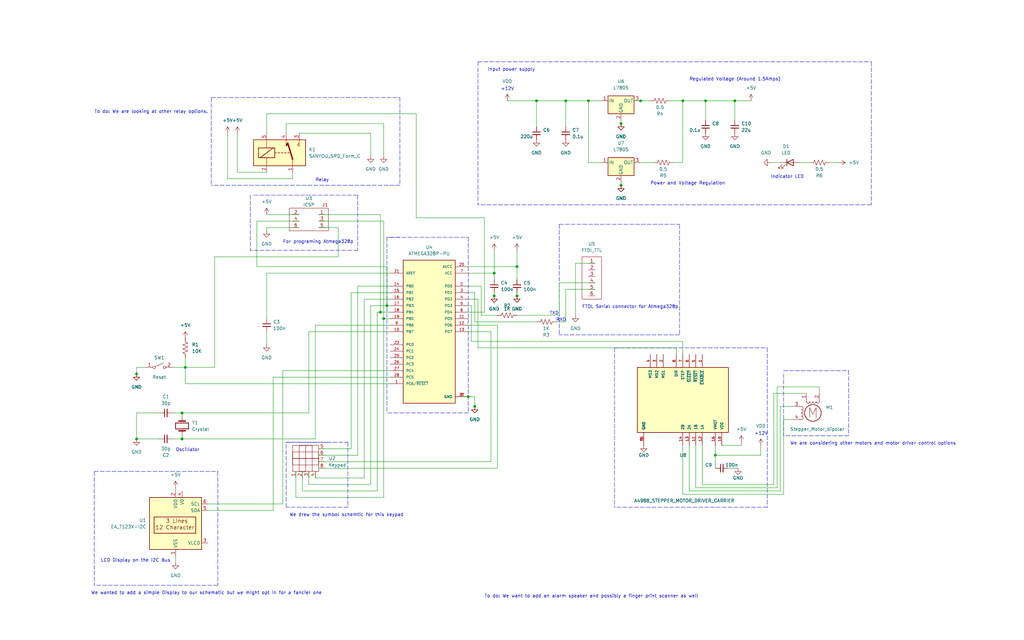
<source format=kicad_sch>
(kicad_sch (version 20211123) (generator eeschema)

  (uuid 15ac57a3-5ff0-4c2b-bead-31131d9a3dad)

  (paper "User" 399.999 250.012)

  (title_block
    (title "Door Lock Preliminary Schematics")
    (company "ECE 411 Team 5 ")
  )

  (lib_symbols
    (symbol "A4988_STEPPER_MOTOR_DRIVER_CARRIER:A4988_STEPPER_MOTOR_DRIVER_CARRIER" (pin_names (offset 1.016)) (in_bom yes) (on_board yes)
      (property "Reference" "U" (id 0) (at -12.7 19.05 0)
        (effects (font (size 1.27 1.27)) (justify left bottom))
      )
      (property "Value" "A4988_STEPPER_MOTOR_DRIVER_CARRIER" (id 1) (at -12.7 -21.59 0)
        (effects (font (size 1.27 1.27)) (justify left bottom))
      )
      (property "Footprint" "MODULE_A4988_STEPPER_MOTOR_DRIVER_CARRIER" (id 2) (at 0 0 0)
        (effects (font (size 1.27 1.27)) (justify left bottom) hide)
      )
      (property "Datasheet" "" (id 3) (at 0 0 0)
        (effects (font (size 1.27 1.27)) (justify left bottom) hide)
      )
      (property "MF" "Pololu" (id 4) (at 0 0 0)
        (effects (font (size 1.27 1.27)) (justify left bottom) hide)
      )
      (property "AVAILABILITY" "Unavailable" (id 5) (at 0 0 0)
        (effects (font (size 1.27 1.27)) (justify left bottom) hide)
      )
      (property "PRICE" "None" (id 6) (at 0 0 0)
        (effects (font (size 1.27 1.27)) (justify left bottom) hide)
      )
      (property "MP" "A4988 STEPPER MOTOR DRIVER CARRIER" (id 7) (at 0 0 0)
        (effects (font (size 1.27 1.27)) (justify left bottom) hide)
      )
      (property "PACKAGE" "None" (id 8) (at 0 0 0)
        (effects (font (size 1.27 1.27)) (justify left bottom) hide)
      )
      (property "DESCRIPTION" "Stepper motor controler; IC: A4988; 1A; Uin mot: 8÷35V" (id 9) (at 0 0 0)
        (effects (font (size 1.27 1.27)) (justify left bottom) hide)
      )
      (property "ki_locked" "" (id 10) (at 0 0 0)
        (effects (font (size 1.27 1.27)))
      )
      (symbol "A4988_STEPPER_MOTOR_DRIVER_CARRIER_0_0"
        (rectangle (start -12.7 -17.78) (end 12.7 17.78)
          (stroke (width 0.254) (type default) (color 0 0 0 0))
          (fill (type background))
        )
        (pin input line (at -17.78 7.62 0) (length 5.08)
          (name "~{ENABLE}" (effects (font (size 1.016 1.016))))
          (number "1" (effects (font (size 1.016 1.016))))
        )
        (pin power_in line (at 17.78 15.24 180) (length 5.08)
          (name "VDD" (effects (font (size 1.016 1.016))))
          (number "10" (effects (font (size 1.016 1.016))))
        )
        (pin output line (at 17.78 5.08 180) (length 5.08)
          (name "1B" (effects (font (size 1.016 1.016))))
          (number "11" (effects (font (size 1.016 1.016))))
        )
        (pin output line (at 17.78 7.62 180) (length 5.08)
          (name "1A" (effects (font (size 1.016 1.016))))
          (number "12" (effects (font (size 1.016 1.016))))
        )
        (pin output line (at 17.78 2.54 180) (length 5.08)
          (name "2A" (effects (font (size 1.016 1.016))))
          (number "13" (effects (font (size 1.016 1.016))))
        )
        (pin output line (at 17.78 0 180) (length 5.08)
          (name "2B" (effects (font (size 1.016 1.016))))
          (number "14" (effects (font (size 1.016 1.016))))
        )
        (pin power_in line (at 17.78 -15.24 180) (length 5.08)
          (name "GND" (effects (font (size 1.016 1.016))))
          (number "15" (effects (font (size 1.016 1.016))))
        )
        (pin power_in line (at 17.78 12.7 180) (length 5.08)
          (name "VMOT" (effects (font (size 1.016 1.016))))
          (number "16" (effects (font (size 1.016 1.016))))
        )
        (pin input line (at -17.78 -7.62 0) (length 5.08)
          (name "MS1" (effects (font (size 1.016 1.016))))
          (number "2" (effects (font (size 1.016 1.016))))
        )
        (pin input line (at -17.78 -10.16 0) (length 5.08)
          (name "MS2" (effects (font (size 1.016 1.016))))
          (number "3" (effects (font (size 1.016 1.016))))
        )
        (pin input line (at -17.78 -12.7 0) (length 5.08)
          (name "MS3" (effects (font (size 1.016 1.016))))
          (number "4" (effects (font (size 1.016 1.016))))
        )
        (pin input line (at -17.78 5.08 0) (length 5.08)
          (name "~{RESET}" (effects (font (size 1.016 1.016))))
          (number "5" (effects (font (size 1.016 1.016))))
        )
        (pin input line (at -17.78 2.54 0) (length 5.08)
          (name "~{SLEEP}" (effects (font (size 1.016 1.016))))
          (number "6" (effects (font (size 1.016 1.016))))
        )
        (pin input line (at -17.78 0 0) (length 5.08)
          (name "STEP" (effects (font (size 1.016 1.016))))
          (number "7" (effects (font (size 1.016 1.016))))
        )
        (pin input line (at -17.78 -2.54 0) (length 5.08)
          (name "DIR" (effects (font (size 1.016 1.016))))
          (number "8" (effects (font (size 1.016 1.016))))
        )
        (pin power_in line (at 17.78 -15.24 180) (length 5.08)
          (name "GND" (effects (font (size 1.016 1.016))))
          (number "9" (effects (font (size 1.016 1.016))))
        )
      )
    )
    (symbol "ATMEGA328P-PU:ATMEGA328P-PU" (pin_names (offset 1.016)) (in_bom yes) (on_board yes)
      (property "Reference" "U" (id 0) (at -10.16 28.9814 0)
        (effects (font (size 1.27 1.27)) (justify left bottom))
      )
      (property "Value" "ATMEGA328P-PU" (id 1) (at -10.16 -31.5214 0)
        (effects (font (size 1.27 1.27)) (justify left bottom))
      )
      (property "Footprint" "DIP794W46P254L2967H457Q28B" (id 2) (at 0 0 0)
        (effects (font (size 1.27 1.27)) (justify left bottom) hide)
      )
      (property "Datasheet" "" (id 3) (at 0 0 0)
        (effects (font (size 1.27 1.27)) (justify left bottom) hide)
      )
      (property "MANUFACTURER" "Atmel" (id 4) (at 0 0 0)
        (effects (font (size 1.27 1.27)) (justify left bottom) hide)
      )
      (property "ki_locked" "" (id 5) (at 0 0 0)
        (effects (font (size 1.27 1.27)))
      )
      (symbol "ATMEGA328P-PU_0_0"
        (rectangle (start -10.16 -27.94) (end 10.16 27.94)
          (stroke (width 0.254) (type default) (color 0 0 0 0))
          (fill (type background))
        )
        (pin bidirectional line (at -15.24 -20.32 0) (length 5.08)
          (name "PC6/~{RESET}" (effects (font (size 1.016 1.016))))
          (number "1" (effects (font (size 1.016 1.016))))
        )
        (pin bidirectional line (at -15.24 0 0) (length 5.08)
          (name "PB7" (effects (font (size 1.016 1.016))))
          (number "10" (effects (font (size 1.016 1.016))))
        )
        (pin bidirectional line (at 15.24 5.08 180) (length 5.08)
          (name "PD5" (effects (font (size 1.016 1.016))))
          (number "11" (effects (font (size 1.016 1.016))))
        )
        (pin bidirectional line (at 15.24 2.54 180) (length 5.08)
          (name "PD6" (effects (font (size 1.016 1.016))))
          (number "12" (effects (font (size 1.016 1.016))))
        )
        (pin bidirectional line (at 15.24 0 180) (length 5.08)
          (name "PD7" (effects (font (size 1.016 1.016))))
          (number "13" (effects (font (size 1.016 1.016))))
        )
        (pin bidirectional line (at -15.24 17.78 0) (length 5.08)
          (name "PB0" (effects (font (size 1.016 1.016))))
          (number "14" (effects (font (size 1.016 1.016))))
        )
        (pin bidirectional line (at -15.24 15.24 0) (length 5.08)
          (name "PB1" (effects (font (size 1.016 1.016))))
          (number "15" (effects (font (size 1.016 1.016))))
        )
        (pin bidirectional line (at -15.24 12.7 0) (length 5.08)
          (name "PB2" (effects (font (size 1.016 1.016))))
          (number "16" (effects (font (size 1.016 1.016))))
        )
        (pin bidirectional line (at -15.24 10.16 0) (length 5.08)
          (name "PB3" (effects (font (size 1.016 1.016))))
          (number "17" (effects (font (size 1.016 1.016))))
        )
        (pin bidirectional line (at -15.24 7.62 0) (length 5.08)
          (name "PB4" (effects (font (size 1.016 1.016))))
          (number "18" (effects (font (size 1.016 1.016))))
        )
        (pin bidirectional line (at -15.24 5.08 0) (length 5.08)
          (name "PB5" (effects (font (size 1.016 1.016))))
          (number "19" (effects (font (size 1.016 1.016))))
        )
        (pin bidirectional line (at 15.24 17.78 180) (length 5.08)
          (name "PD0" (effects (font (size 1.016 1.016))))
          (number "2" (effects (font (size 1.016 1.016))))
        )
        (pin power_in line (at 15.24 25.4 180) (length 5.08)
          (name "AVCC" (effects (font (size 1.016 1.016))))
          (number "20" (effects (font (size 1.016 1.016))))
        )
        (pin input line (at -15.24 22.86 0) (length 5.08)
          (name "AREF" (effects (font (size 1.016 1.016))))
          (number "21" (effects (font (size 1.016 1.016))))
        )
        (pin power_in line (at 15.24 -25.4 180) (length 5.08)
          (name "GND" (effects (font (size 1.016 1.016))))
          (number "22" (effects (font (size 1.016 1.016))))
        )
        (pin bidirectional line (at -15.24 -5.08 0) (length 5.08)
          (name "PC0" (effects (font (size 1.016 1.016))))
          (number "23" (effects (font (size 1.016 1.016))))
        )
        (pin bidirectional line (at -15.24 -7.62 0) (length 5.08)
          (name "PC1" (effects (font (size 1.016 1.016))))
          (number "24" (effects (font (size 1.016 1.016))))
        )
        (pin bidirectional line (at -15.24 -10.16 0) (length 5.08)
          (name "PC2" (effects (font (size 1.016 1.016))))
          (number "25" (effects (font (size 1.016 1.016))))
        )
        (pin bidirectional line (at -15.24 -12.7 0) (length 5.08)
          (name "PC3" (effects (font (size 1.016 1.016))))
          (number "26" (effects (font (size 1.016 1.016))))
        )
        (pin bidirectional line (at -15.24 -15.24 0) (length 5.08)
          (name "PC4" (effects (font (size 1.016 1.016))))
          (number "27" (effects (font (size 1.016 1.016))))
        )
        (pin bidirectional line (at -15.24 -17.78 0) (length 5.08)
          (name "PC5" (effects (font (size 1.016 1.016))))
          (number "28" (effects (font (size 1.016 1.016))))
        )
        (pin bidirectional line (at 15.24 15.24 180) (length 5.08)
          (name "PD1" (effects (font (size 1.016 1.016))))
          (number "3" (effects (font (size 1.016 1.016))))
        )
        (pin bidirectional line (at 15.24 12.7 180) (length 5.08)
          (name "PD2" (effects (font (size 1.016 1.016))))
          (number "4" (effects (font (size 1.016 1.016))))
        )
        (pin bidirectional line (at 15.24 10.16 180) (length 5.08)
          (name "PD3" (effects (font (size 1.016 1.016))))
          (number "5" (effects (font (size 1.016 1.016))))
        )
        (pin bidirectional line (at 15.24 7.62 180) (length 5.08)
          (name "PD4" (effects (font (size 1.016 1.016))))
          (number "6" (effects (font (size 1.016 1.016))))
        )
        (pin power_in line (at 15.24 22.86 180) (length 5.08)
          (name "VCC" (effects (font (size 1.016 1.016))))
          (number "7" (effects (font (size 1.016 1.016))))
        )
        (pin power_in line (at 15.24 -25.4 180) (length 5.08)
          (name "GND" (effects (font (size 1.016 1.016))))
          (number "8" (effects (font (size 1.016 1.016))))
        )
        (pin bidirectional line (at -15.24 2.54 0) (length 5.08)
          (name "PB6" (effects (font (size 1.016 1.016))))
          (number "9" (effects (font (size 1.016 1.016))))
        )
      )
    )
    (symbol "Device:C_Small" (pin_numbers hide) (pin_names (offset 0.254) hide) (in_bom yes) (on_board yes)
      (property "Reference" "C" (id 0) (at 0.254 1.778 0)
        (effects (font (size 1.27 1.27)) (justify left))
      )
      (property "Value" "C_Small" (id 1) (at 0.254 -2.032 0)
        (effects (font (size 1.27 1.27)) (justify left))
      )
      (property "Footprint" "" (id 2) (at 0 0 0)
        (effects (font (size 1.27 1.27)) hide)
      )
      (property "Datasheet" "~" (id 3) (at 0 0 0)
        (effects (font (size 1.27 1.27)) hide)
      )
      (property "ki_keywords" "capacitor cap" (id 4) (at 0 0 0)
        (effects (font (size 1.27 1.27)) hide)
      )
      (property "ki_description" "Unpolarized capacitor, small symbol" (id 5) (at 0 0 0)
        (effects (font (size 1.27 1.27)) hide)
      )
      (property "ki_fp_filters" "C_*" (id 6) (at 0 0 0)
        (effects (font (size 1.27 1.27)) hide)
      )
      (symbol "C_Small_0_1"
        (polyline
          (pts
            (xy -1.524 -0.508)
            (xy 1.524 -0.508)
          )
          (stroke (width 0.3302) (type default) (color 0 0 0 0))
          (fill (type none))
        )
        (polyline
          (pts
            (xy -1.524 0.508)
            (xy 1.524 0.508)
          )
          (stroke (width 0.3048) (type default) (color 0 0 0 0))
          (fill (type none))
        )
      )
      (symbol "C_Small_1_1"
        (pin passive line (at 0 2.54 270) (length 2.032)
          (name "~" (effects (font (size 1.27 1.27))))
          (number "1" (effects (font (size 1.27 1.27))))
        )
        (pin passive line (at 0 -2.54 90) (length 2.032)
          (name "~" (effects (font (size 1.27 1.27))))
          (number "2" (effects (font (size 1.27 1.27))))
        )
      )
    )
    (symbol "Device:Crystal" (pin_numbers hide) (pin_names (offset 1.016) hide) (in_bom yes) (on_board yes)
      (property "Reference" "Y" (id 0) (at 0 3.81 0)
        (effects (font (size 1.27 1.27)))
      )
      (property "Value" "Crystal" (id 1) (at 0 -3.81 0)
        (effects (font (size 1.27 1.27)))
      )
      (property "Footprint" "" (id 2) (at 0 0 0)
        (effects (font (size 1.27 1.27)) hide)
      )
      (property "Datasheet" "~" (id 3) (at 0 0 0)
        (effects (font (size 1.27 1.27)) hide)
      )
      (property "ki_keywords" "quartz ceramic resonator oscillator" (id 4) (at 0 0 0)
        (effects (font (size 1.27 1.27)) hide)
      )
      (property "ki_description" "Two pin crystal" (id 5) (at 0 0 0)
        (effects (font (size 1.27 1.27)) hide)
      )
      (property "ki_fp_filters" "Crystal*" (id 6) (at 0 0 0)
        (effects (font (size 1.27 1.27)) hide)
      )
      (symbol "Crystal_0_1"
        (rectangle (start -1.143 2.54) (end 1.143 -2.54)
          (stroke (width 0.3048) (type default) (color 0 0 0 0))
          (fill (type none))
        )
        (polyline
          (pts
            (xy -2.54 0)
            (xy -1.905 0)
          )
          (stroke (width 0) (type default) (color 0 0 0 0))
          (fill (type none))
        )
        (polyline
          (pts
            (xy -1.905 -1.27)
            (xy -1.905 1.27)
          )
          (stroke (width 0.508) (type default) (color 0 0 0 0))
          (fill (type none))
        )
        (polyline
          (pts
            (xy 1.905 -1.27)
            (xy 1.905 1.27)
          )
          (stroke (width 0.508) (type default) (color 0 0 0 0))
          (fill (type none))
        )
        (polyline
          (pts
            (xy 2.54 0)
            (xy 1.905 0)
          )
          (stroke (width 0) (type default) (color 0 0 0 0))
          (fill (type none))
        )
      )
      (symbol "Crystal_1_1"
        (pin passive line (at -3.81 0 0) (length 1.27)
          (name "1" (effects (font (size 1.27 1.27))))
          (number "1" (effects (font (size 1.27 1.27))))
        )
        (pin passive line (at 3.81 0 180) (length 1.27)
          (name "2" (effects (font (size 1.27 1.27))))
          (number "2" (effects (font (size 1.27 1.27))))
        )
      )
    )
    (symbol "Device:LED" (pin_numbers hide) (pin_names (offset 1.016) hide) (in_bom yes) (on_board yes)
      (property "Reference" "D" (id 0) (at 0 2.54 0)
        (effects (font (size 1.27 1.27)))
      )
      (property "Value" "LED" (id 1) (at 0 -2.54 0)
        (effects (font (size 1.27 1.27)))
      )
      (property "Footprint" "" (id 2) (at 0 0 0)
        (effects (font (size 1.27 1.27)) hide)
      )
      (property "Datasheet" "~" (id 3) (at 0 0 0)
        (effects (font (size 1.27 1.27)) hide)
      )
      (property "ki_keywords" "LED diode" (id 4) (at 0 0 0)
        (effects (font (size 1.27 1.27)) hide)
      )
      (property "ki_description" "Light emitting diode" (id 5) (at 0 0 0)
        (effects (font (size 1.27 1.27)) hide)
      )
      (property "ki_fp_filters" "LED* LED_SMD:* LED_THT:*" (id 6) (at 0 0 0)
        (effects (font (size 1.27 1.27)) hide)
      )
      (symbol "LED_0_1"
        (polyline
          (pts
            (xy -1.27 -1.27)
            (xy -1.27 1.27)
          )
          (stroke (width 0.254) (type default) (color 0 0 0 0))
          (fill (type none))
        )
        (polyline
          (pts
            (xy -1.27 0)
            (xy 1.27 0)
          )
          (stroke (width 0) (type default) (color 0 0 0 0))
          (fill (type none))
        )
        (polyline
          (pts
            (xy 1.27 -1.27)
            (xy 1.27 1.27)
            (xy -1.27 0)
            (xy 1.27 -1.27)
          )
          (stroke (width 0.254) (type default) (color 0 0 0 0))
          (fill (type none))
        )
        (polyline
          (pts
            (xy -3.048 -0.762)
            (xy -4.572 -2.286)
            (xy -3.81 -2.286)
            (xy -4.572 -2.286)
            (xy -4.572 -1.524)
          )
          (stroke (width 0) (type default) (color 0 0 0 0))
          (fill (type none))
        )
        (polyline
          (pts
            (xy -1.778 -0.762)
            (xy -3.302 -2.286)
            (xy -2.54 -2.286)
            (xy -3.302 -2.286)
            (xy -3.302 -1.524)
          )
          (stroke (width 0) (type default) (color 0 0 0 0))
          (fill (type none))
        )
      )
      (symbol "LED_1_1"
        (pin passive line (at -3.81 0 0) (length 2.54)
          (name "K" (effects (font (size 1.27 1.27))))
          (number "1" (effects (font (size 1.27 1.27))))
        )
        (pin passive line (at 3.81 0 180) (length 2.54)
          (name "A" (effects (font (size 1.27 1.27))))
          (number "2" (effects (font (size 1.27 1.27))))
        )
      )
    )
    (symbol "Device:R_US" (pin_numbers hide) (pin_names (offset 0)) (in_bom yes) (on_board yes)
      (property "Reference" "R" (id 0) (at 2.54 0 90)
        (effects (font (size 1.27 1.27)))
      )
      (property "Value" "R_US" (id 1) (at -2.54 0 90)
        (effects (font (size 1.27 1.27)))
      )
      (property "Footprint" "" (id 2) (at 1.016 -0.254 90)
        (effects (font (size 1.27 1.27)) hide)
      )
      (property "Datasheet" "~" (id 3) (at 0 0 0)
        (effects (font (size 1.27 1.27)) hide)
      )
      (property "ki_keywords" "R res resistor" (id 4) (at 0 0 0)
        (effects (font (size 1.27 1.27)) hide)
      )
      (property "ki_description" "Resistor, US symbol" (id 5) (at 0 0 0)
        (effects (font (size 1.27 1.27)) hide)
      )
      (property "ki_fp_filters" "R_*" (id 6) (at 0 0 0)
        (effects (font (size 1.27 1.27)) hide)
      )
      (symbol "R_US_0_1"
        (polyline
          (pts
            (xy 0 -2.286)
            (xy 0 -2.54)
          )
          (stroke (width 0) (type default) (color 0 0 0 0))
          (fill (type none))
        )
        (polyline
          (pts
            (xy 0 2.286)
            (xy 0 2.54)
          )
          (stroke (width 0) (type default) (color 0 0 0 0))
          (fill (type none))
        )
        (polyline
          (pts
            (xy 0 -0.762)
            (xy 1.016 -1.143)
            (xy 0 -1.524)
            (xy -1.016 -1.905)
            (xy 0 -2.286)
          )
          (stroke (width 0) (type default) (color 0 0 0 0))
          (fill (type none))
        )
        (polyline
          (pts
            (xy 0 0.762)
            (xy 1.016 0.381)
            (xy 0 0)
            (xy -1.016 -0.381)
            (xy 0 -0.762)
          )
          (stroke (width 0) (type default) (color 0 0 0 0))
          (fill (type none))
        )
        (polyline
          (pts
            (xy 0 2.286)
            (xy 1.016 1.905)
            (xy 0 1.524)
            (xy -1.016 1.143)
            (xy 0 0.762)
          )
          (stroke (width 0) (type default) (color 0 0 0 0))
          (fill (type none))
        )
      )
      (symbol "R_US_1_1"
        (pin passive line (at 0 3.81 270) (length 1.27)
          (name "~" (effects (font (size 1.27 1.27))))
          (number "1" (effects (font (size 1.27 1.27))))
        )
        (pin passive line (at 0 -3.81 90) (length 1.27)
          (name "~" (effects (font (size 1.27 1.27))))
          (number "2" (effects (font (size 1.27 1.27))))
        )
      )
    )
    (symbol "Display_Character:EA_T123X-I2C" (in_bom yes) (on_board yes)
      (property "Reference" "U" (id 0) (at -8.89 11.43 0)
        (effects (font (size 1.27 1.27)))
      )
      (property "Value" "EA_T123X-I2C" (id 1) (at 3.556 11.684 0)
        (effects (font (size 1.27 1.27)) (justify left))
      )
      (property "Footprint" "Display:EA_T123X-I2C" (id 2) (at 0 -15.24 0)
        (effects (font (size 1.27 1.27)) hide)
      )
      (property "Datasheet" "http://www.lcd-module.de/pdf/doma/t123-i2c.pdf" (id 3) (at 0 -12.7 0)
        (effects (font (size 1.27 1.27)) hide)
      )
      (property "ki_keywords" "display LCD 7-segment" (id 4) (at 0 0 0)
        (effects (font (size 1.27 1.27)) hide)
      )
      (property "ki_description" "3 Lines, 12 character alpha numeric LCD, transreflective STN and FSTN Gray, I2C, single or dual power" (id 5) (at 0 0 0)
        (effects (font (size 1.27 1.27)) hide)
      )
      (property "ki_fp_filters" "EA?T123X?I2C*" (id 6) (at 0 0 0)
        (effects (font (size 1.27 1.27)) hide)
      )
      (symbol "EA_T123X-I2C_0_0"
        (rectangle (start -7.874 2.54) (end 8.382 -3.81)
          (stroke (width 0.254) (type default) (color 0 0 0 0))
          (fill (type none))
        )
        (text "12 Character" (at -7.366 -1.524 0)
          (effects (font (size 1.524 1.524)) (justify left))
        )
        (text "3 Lines" (at -4.826 1.016 0)
          (effects (font (size 1.524 1.524)) (justify left))
        )
      )
      (symbol "EA_T123X-I2C_0_1"
        (rectangle (start -10.16 10.16) (end 10.16 -10.16)
          (stroke (width 0.254) (type default) (color 0 0 0 0))
          (fill (type background))
        )
      )
      (symbol "EA_T123X-I2C_1_1"
        (pin power_in line (at 0 -12.7 90) (length 2.54)
          (name "VSS" (effects (font (size 1.27 1.27))))
          (number "1" (effects (font (size 1.27 1.27))))
        )
        (pin power_in line (at 0 12.7 270) (length 2.54)
          (name "VDD" (effects (font (size 1.27 1.27))))
          (number "2" (effects (font (size 1.27 1.27))))
        )
        (pin input line (at -12.7 -7.62 0) (length 2.54)
          (name "VLCD" (effects (font (size 1.27 1.27))))
          (number "3" (effects (font (size 1.27 1.27))))
        )
        (pin power_in line (at -2.54 12.7 270) (length 2.54)
          (name "V0" (effects (font (size 1.27 1.27))))
          (number "4" (effects (font (size 1.27 1.27))))
        )
        (pin bidirectional line (at -12.7 5.08 0) (length 2.54)
          (name "SDA" (effects (font (size 1.27 1.27))))
          (number "5" (effects (font (size 1.27 1.27))))
        )
        (pin input line (at -12.7 7.62 0) (length 2.54)
          (name "SCL" (effects (font (size 1.27 1.27))))
          (number "6" (effects (font (size 1.27 1.27))))
        )
      )
    )
    (symbol "Motor:Stepper_Motor_bipolar" (pin_names (offset 0) hide) (in_bom yes) (on_board yes)
      (property "Reference" "M" (id 0) (at 3.81 2.54 0)
        (effects (font (size 1.27 1.27)) (justify left))
      )
      (property "Value" "Stepper_Motor_bipolar" (id 1) (at 3.81 1.27 0)
        (effects (font (size 1.27 1.27)) (justify left top))
      )
      (property "Footprint" "" (id 2) (at 0.254 -0.254 0)
        (effects (font (size 1.27 1.27)) hide)
      )
      (property "Datasheet" "http://www.infineon.com/dgdl/Application-Note-TLE8110EE_driving_UniPolarStepperMotor_V1.1.pdf?fileId=db3a30431be39b97011be5d0aa0a00b0" (id 3) (at 0.254 -0.254 0)
        (effects (font (size 1.27 1.27)) hide)
      )
      (property "ki_keywords" "bipolar stepper motor" (id 4) (at 0 0 0)
        (effects (font (size 1.27 1.27)) hide)
      )
      (property "ki_description" "4-wire bipolar stepper motor" (id 5) (at 0 0 0)
        (effects (font (size 1.27 1.27)) hide)
      )
      (property "ki_fp_filters" "PinHeader*P2.54mm*Vertical* TerminalBlock* Motor*" (id 6) (at 0 0 0)
        (effects (font (size 1.27 1.27)) hide)
      )
      (symbol "Stepper_Motor_bipolar_0_0"
        (polyline
          (pts
            (xy -1.27 -1.778)
            (xy -1.27 2.032)
            (xy 0 -0.508)
            (xy 1.27 2.032)
            (xy 1.27 -1.778)
          )
          (stroke (width 0) (type default) (color 0 0 0 0))
          (fill (type none))
        )
      )
      (symbol "Stepper_Motor_bipolar_0_1"
        (arc (start -4.445 -2.54) (mid -3.81 -1.905) (end -4.445 -1.27)
          (stroke (width 0) (type default) (color 0 0 0 0))
          (fill (type none))
        )
        (arc (start -4.445 -1.27) (mid -3.81 -0.635) (end -4.445 0)
          (stroke (width 0) (type default) (color 0 0 0 0))
          (fill (type none))
        )
        (arc (start -4.445 0) (mid -3.81 0.635) (end -4.445 1.27)
          (stroke (width 0) (type default) (color 0 0 0 0))
          (fill (type none))
        )
        (arc (start -4.445 1.27) (mid -3.81 1.905) (end -4.445 2.54)
          (stroke (width 0) (type default) (color 0 0 0 0))
          (fill (type none))
        )
        (arc (start -2.54 4.445) (mid -1.905 3.81) (end -1.27 4.445)
          (stroke (width 0) (type default) (color 0 0 0 0))
          (fill (type none))
        )
        (arc (start -1.27 4.445) (mid -0.635 3.81) (end 0 4.445)
          (stroke (width 0) (type default) (color 0 0 0 0))
          (fill (type none))
        )
        (polyline
          (pts
            (xy -5.08 -2.54)
            (xy -4.445 -2.54)
          )
          (stroke (width 0) (type default) (color 0 0 0 0))
          (fill (type none))
        )
        (polyline
          (pts
            (xy -5.08 2.54)
            (xy -4.445 2.54)
          )
          (stroke (width 0) (type default) (color 0 0 0 0))
          (fill (type none))
        )
        (polyline
          (pts
            (xy -2.54 5.08)
            (xy -2.54 4.445)
          )
          (stroke (width 0) (type default) (color 0 0 0 0))
          (fill (type none))
        )
        (polyline
          (pts
            (xy 2.54 5.08)
            (xy 2.54 4.445)
          )
          (stroke (width 0) (type default) (color 0 0 0 0))
          (fill (type none))
        )
        (circle (center 0 0) (radius 3.2512)
          (stroke (width 0.254) (type default) (color 0 0 0 0))
          (fill (type none))
        )
        (arc (start 0 4.445) (mid 0.635 3.81) (end 1.27 4.445)
          (stroke (width 0) (type default) (color 0 0 0 0))
          (fill (type none))
        )
        (arc (start 1.27 4.445) (mid 1.905 3.81) (end 2.54 4.445)
          (stroke (width 0) (type default) (color 0 0 0 0))
          (fill (type none))
        )
      )
      (symbol "Stepper_Motor_bipolar_1_1"
        (pin passive line (at -2.54 7.62 270) (length 2.54)
          (name "~" (effects (font (size 1.27 1.27))))
          (number "1" (effects (font (size 1.27 1.27))))
        )
        (pin passive line (at 2.54 7.62 270) (length 2.54)
          (name "-" (effects (font (size 1.27 1.27))))
          (number "2" (effects (font (size 1.27 1.27))))
        )
        (pin passive line (at -7.62 2.54 0) (length 2.54)
          (name "~" (effects (font (size 1.27 1.27))))
          (number "3" (effects (font (size 1.27 1.27))))
        )
        (pin passive line (at -7.62 -2.54 0) (length 2.54)
          (name "~" (effects (font (size 1.27 1.27))))
          (number "4" (effects (font (size 1.27 1.27))))
        )
      )
    )
    (symbol "New_Library_0:FTDI_TTL" (in_bom yes) (on_board yes)
      (property "Reference" "U" (id 0) (at -1.27 -8.89 0)
        (effects (font (size 1.27 1.27)))
      )
      (property "Value" "FTDI_TTL" (id 1) (at -1.27 -11.43 0)
        (effects (font (size 1.27 1.27)))
      )
      (property "Footprint" "" (id 2) (at 0 0 0)
        (effects (font (size 1.27 1.27)) hide)
      )
      (property "Datasheet" "" (id 3) (at 0 0 0)
        (effects (font (size 1.27 1.27)) hide)
      )
      (symbol "FTDI_TTL_0_1"
        (rectangle (start -5.08 8.89) (end 2.54 -7.62)
          (stroke (width 0) (type default) (color 0 0 0 0))
          (fill (type none))
        )
      )
      (symbol "FTDI_TTL_1_1"
        (pin bidirectional line (at 0 6.35 180) (length 2.54)
          (name "" (effects (font (size 1.27 1.27))))
          (number "1" (effects (font (size 1.27 1.27))))
        )
        (pin bidirectional line (at 0 3.81 180) (length 2.54)
          (name "" (effects (font (size 1.27 1.27))))
          (number "2" (effects (font (size 1.27 1.27))))
        )
        (pin bidirectional line (at 0 1.27 180) (length 2.54)
          (name "" (effects (font (size 1.27 1.27))))
          (number "3" (effects (font (size 1.27 1.27))))
        )
        (pin bidirectional line (at 0 -1.27 180) (length 2.54)
          (name "" (effects (font (size 1.27 1.27))))
          (number "4" (effects (font (size 1.27 1.27))))
        )
        (pin bidirectional line (at 0 -3.81 180) (length 2.54)
          (name "" (effects (font (size 1.27 1.27))))
          (number "5" (effects (font (size 1.27 1.27))))
        )
        (pin bidirectional line (at 0 -6.35 180) (length 2.54)
          (name "" (effects (font (size 1.27 1.27))))
          (number "6" (effects (font (size 1.27 1.27))))
        )
      )
    )
    (symbol "New_Library_0:ICSP" (in_bom yes) (on_board yes)
      (property "Reference" "U" (id 0) (at 0 1.27 0)
        (effects (font (size 1.27 1.27)))
      )
      (property "Value" "ICSP" (id 1) (at 0 -1.27 0)
        (effects (font (size 1.27 1.27)))
      )
      (property "Footprint" "" (id 2) (at 1.27 0 0)
        (effects (font (size 1.27 1.27)) hide)
      )
      (property "Datasheet" "" (id 3) (at 1.27 0 0)
        (effects (font (size 1.27 1.27)) hide)
      )
      (symbol "ICSP_0_0"
        (rectangle (start 7.62 5.08) (end -7.62 -3.81)
          (stroke (width 0) (type default) (color 0 0 0 0))
          (fill (type none))
        )
        (text "J1" (at -6.35 6.35 0)
          (effects (font (size 1.27 1.27)))
        )
      )
      (symbol "ICSP_1_1"
        (pin bidirectional line (at -3.81 2.54 180) (length 2.54)
          (name "" (effects (font (size 1.27 1.27))))
          (number "1" (effects (font (size 1.27 1.27))))
        )
        (pin bidirectional line (at 3.81 2.54 0) (length 2.54)
          (name "" (effects (font (size 1.27 1.27))))
          (number "2" (effects (font (size 1.27 1.27))))
        )
        (pin bidirectional line (at -3.81 0 180) (length 2.54)
          (name "" (effects (font (size 1.27 1.27))))
          (number "3" (effects (font (size 1.27 1.27))))
        )
        (pin bidirectional line (at 3.81 0 0) (length 2.54)
          (name "" (effects (font (size 1.27 1.27))))
          (number "4" (effects (font (size 1.27 1.27))))
        )
        (pin bidirectional line (at -3.81 -2.54 180) (length 2.54)
          (name "" (effects (font (size 1.27 1.27))))
          (number "5" (effects (font (size 1.27 1.27))))
        )
        (pin bidirectional line (at 3.81 -2.54 0) (length 2.54)
          (name "" (effects (font (size 1.27 1.27))))
          (number "6" (effects (font (size 1.27 1.27))))
        )
      )
    )
    (symbol "New_Library_0:Keypad" (in_bom yes) (on_board yes)
      (property "Reference" "U" (id 0) (at 0 -8.89 0)
        (effects (font (size 1.27 1.27)))
      )
      (property "Value" "Keypad" (id 1) (at 0 -11.43 0)
        (effects (font (size 1.27 1.27)))
      )
      (property "Footprint" "" (id 2) (at 0 1.27 0)
        (effects (font (size 1.27 1.27)) hide)
      )
      (property "Datasheet" "" (id 3) (at 0 1.27 0)
        (effects (font (size 1.27 1.27)) hide)
      )
      (symbol "Keypad_0_0"
        (rectangle (start -5.08 5.08) (end 5.08 -5.08)
          (stroke (width 0) (type default) (color 0 0 0 0))
          (fill (type none))
        )
        (polyline
          (pts
            (xy 0 5.08)
            (xy 2.54 5.08)
            (xy 2.54 -5.08)
          )
          (stroke (width 0) (type default) (color 0 0 0 0))
          (fill (type none))
        )
        (polyline
          (pts
            (xy -5.08 0)
            (xy -5.08 -2.54)
            (xy 5.08 -2.54)
            (xy 5.08 0)
            (xy -5.08 0)
          )
          (stroke (width 0) (type default) (color 0 0 0 0))
          (fill (type none))
        )
        (polyline
          (pts
            (xy -5.08 2.54)
            (xy 5.08 2.54)
            (xy 5.08 0)
            (xy -5.08 0)
            (xy -5.08 2.54)
          )
          (stroke (width 0) (type default) (color 0 0 0 0))
          (fill (type none))
        )
        (polyline
          (pts
            (xy -2.54 5.08)
            (xy -2.54 -5.08)
            (xy 0 -5.08)
            (xy 0 5.08)
            (xy -2.54 5.08)
          )
          (stroke (width 0) (type default) (color 0 0 0 0))
          (fill (type none))
        )
      )
      (symbol "Keypad_1_1"
        (pin input line (at -3.81 -5.08 270) (length 2.54)
          (name "" (effects (font (size 1.27 1.27))))
          (number "1" (effects (font (size 1.27 1.27))))
        )
        (pin input line (at -1.27 -5.08 270) (length 2.54)
          (name "" (effects (font (size 1.27 1.27))))
          (number "2" (effects (font (size 1.27 1.27))))
        )
        (pin input line (at 1.27 -5.08 270) (length 2.54)
          (name "" (effects (font (size 1.27 1.27))))
          (number "3" (effects (font (size 1.27 1.27))))
        )
        (pin input line (at 3.81 -5.08 270) (length 2.54)
          (name "" (effects (font (size 1.27 1.27))))
          (number "4" (effects (font (size 1.27 1.27))))
        )
        (pin input line (at 5.08 3.81 0) (length 2.54)
          (name "" (effects (font (size 1.27 1.27))))
          (number "5" (effects (font (size 1.27 1.27))))
        )
        (pin input line (at 5.08 1.27 0) (length 2.54)
          (name "" (effects (font (size 1.27 1.27))))
          (number "6" (effects (font (size 1.27 1.27))))
        )
        (pin input line (at 5.08 -1.27 0) (length 2.54)
          (name "" (effects (font (size 1.27 1.27))))
          (number "7" (effects (font (size 1.27 1.27))))
        )
        (pin input line (at 5.08 -3.81 0) (length 2.54)
          (name "" (effects (font (size 1.27 1.27))))
          (number "8" (effects (font (size 1.27 1.27))))
        )
      )
    )
    (symbol "Regulator_Linear:L7805" (pin_names (offset 0.254)) (in_bom yes) (on_board yes)
      (property "Reference" "U" (id 0) (at -3.81 3.175 0)
        (effects (font (size 1.27 1.27)))
      )
      (property "Value" "L7805" (id 1) (at 0 3.175 0)
        (effects (font (size 1.27 1.27)) (justify left))
      )
      (property "Footprint" "" (id 2) (at 0.635 -3.81 0)
        (effects (font (size 1.27 1.27) italic) (justify left) hide)
      )
      (property "Datasheet" "http://www.st.com/content/ccc/resource/technical/document/datasheet/41/4f/b3/b0/12/d4/47/88/CD00000444.pdf/files/CD00000444.pdf/jcr:content/translations/en.CD00000444.pdf" (id 3) (at 0 -1.27 0)
        (effects (font (size 1.27 1.27)) hide)
      )
      (property "ki_keywords" "Voltage Regulator 1.5A Positive" (id 4) (at 0 0 0)
        (effects (font (size 1.27 1.27)) hide)
      )
      (property "ki_description" "Positive 1.5A 35V Linear Regulator, Fixed Output 5V, TO-220/TO-263/TO-252" (id 5) (at 0 0 0)
        (effects (font (size 1.27 1.27)) hide)
      )
      (property "ki_fp_filters" "TO?252* TO?263* TO?220*" (id 6) (at 0 0 0)
        (effects (font (size 1.27 1.27)) hide)
      )
      (symbol "L7805_0_1"
        (rectangle (start -5.08 1.905) (end 5.08 -5.08)
          (stroke (width 0.254) (type default) (color 0 0 0 0))
          (fill (type background))
        )
      )
      (symbol "L7805_1_1"
        (pin power_in line (at -7.62 0 0) (length 2.54)
          (name "IN" (effects (font (size 1.27 1.27))))
          (number "1" (effects (font (size 1.27 1.27))))
        )
        (pin power_in line (at 0 -7.62 90) (length 2.54)
          (name "GND" (effects (font (size 1.27 1.27))))
          (number "2" (effects (font (size 1.27 1.27))))
        )
        (pin power_out line (at 7.62 0 180) (length 2.54)
          (name "OUT" (effects (font (size 1.27 1.27))))
          (number "3" (effects (font (size 1.27 1.27))))
        )
      )
    )
    (symbol "Relay:SANYOU_SRD_Form_C" (in_bom yes) (on_board yes)
      (property "Reference" "K" (id 0) (at 11.43 3.81 0)
        (effects (font (size 1.27 1.27)) (justify left))
      )
      (property "Value" "SANYOU_SRD_Form_C" (id 1) (at 11.43 1.27 0)
        (effects (font (size 1.27 1.27)) (justify left))
      )
      (property "Footprint" "Relay_THT:Relay_SPDT_SANYOU_SRD_Series_Form_C" (id 2) (at 11.43 -1.27 0)
        (effects (font (size 1.27 1.27)) (justify left) hide)
      )
      (property "Datasheet" "http://www.sanyourelay.ca/public/products/pdf/SRD.pdf" (id 3) (at 0 0 0)
        (effects (font (size 1.27 1.27)) hide)
      )
      (property "ki_keywords" "Single Pole Relay SPDT" (id 4) (at 0 0 0)
        (effects (font (size 1.27 1.27)) hide)
      )
      (property "ki_description" "Sanyo SRD relay, Single Pole Miniature Power Relay," (id 5) (at 0 0 0)
        (effects (font (size 1.27 1.27)) hide)
      )
      (property "ki_fp_filters" "Relay*SPDT*SANYOU*SRD*Series*Form*C*" (id 6) (at 0 0 0)
        (effects (font (size 1.27 1.27)) hide)
      )
      (symbol "SANYOU_SRD_Form_C_0_0"
        (polyline
          (pts
            (xy 7.62 5.08)
            (xy 7.62 2.54)
            (xy 6.985 3.175)
            (xy 7.62 3.81)
          )
          (stroke (width 0) (type default) (color 0 0 0 0))
          (fill (type none))
        )
      )
      (symbol "SANYOU_SRD_Form_C_0_1"
        (rectangle (start -10.16 5.08) (end 10.16 -5.08)
          (stroke (width 0.254) (type default) (color 0 0 0 0))
          (fill (type background))
        )
        (rectangle (start -8.255 1.905) (end -1.905 -1.905)
          (stroke (width 0.254) (type default) (color 0 0 0 0))
          (fill (type none))
        )
        (polyline
          (pts
            (xy -7.62 -1.905)
            (xy -2.54 1.905)
          )
          (stroke (width 0.254) (type default) (color 0 0 0 0))
          (fill (type none))
        )
        (polyline
          (pts
            (xy -5.08 -5.08)
            (xy -5.08 -1.905)
          )
          (stroke (width 0) (type default) (color 0 0 0 0))
          (fill (type none))
        )
        (polyline
          (pts
            (xy -5.08 5.08)
            (xy -5.08 1.905)
          )
          (stroke (width 0) (type default) (color 0 0 0 0))
          (fill (type none))
        )
        (polyline
          (pts
            (xy -1.905 0)
            (xy -1.27 0)
          )
          (stroke (width 0.254) (type default) (color 0 0 0 0))
          (fill (type none))
        )
        (polyline
          (pts
            (xy -0.635 0)
            (xy 0 0)
          )
          (stroke (width 0.254) (type default) (color 0 0 0 0))
          (fill (type none))
        )
        (polyline
          (pts
            (xy 0.635 0)
            (xy 1.27 0)
          )
          (stroke (width 0.254) (type default) (color 0 0 0 0))
          (fill (type none))
        )
        (polyline
          (pts
            (xy 1.905 0)
            (xy 2.54 0)
          )
          (stroke (width 0.254) (type default) (color 0 0 0 0))
          (fill (type none))
        )
        (polyline
          (pts
            (xy 3.175 0)
            (xy 3.81 0)
          )
          (stroke (width 0.254) (type default) (color 0 0 0 0))
          (fill (type none))
        )
        (polyline
          (pts
            (xy 5.08 -2.54)
            (xy 3.175 3.81)
          )
          (stroke (width 0.508) (type default) (color 0 0 0 0))
          (fill (type none))
        )
        (polyline
          (pts
            (xy 5.08 -2.54)
            (xy 5.08 -5.08)
          )
          (stroke (width 0) (type default) (color 0 0 0 0))
          (fill (type none))
        )
      )
      (symbol "SANYOU_SRD_Form_C_1_1"
        (polyline
          (pts
            (xy 2.54 3.81)
            (xy 3.175 3.175)
            (xy 2.54 2.54)
            (xy 2.54 5.08)
          )
          (stroke (width 0) (type default) (color 0 0 0 0))
          (fill (type outline))
        )
        (pin passive line (at 5.08 -7.62 90) (length 2.54)
          (name "~" (effects (font (size 1.27 1.27))))
          (number "1" (effects (font (size 1.27 1.27))))
        )
        (pin passive line (at -5.08 -7.62 90) (length 2.54)
          (name "~" (effects (font (size 1.27 1.27))))
          (number "2" (effects (font (size 1.27 1.27))))
        )
        (pin passive line (at 7.62 7.62 270) (length 2.54)
          (name "~" (effects (font (size 1.27 1.27))))
          (number "3" (effects (font (size 1.27 1.27))))
        )
        (pin passive line (at 2.54 7.62 270) (length 2.54)
          (name "~" (effects (font (size 1.27 1.27))))
          (number "4" (effects (font (size 1.27 1.27))))
        )
        (pin passive line (at -5.08 7.62 270) (length 2.54)
          (name "~" (effects (font (size 1.27 1.27))))
          (number "5" (effects (font (size 1.27 1.27))))
        )
      )
    )
    (symbol "Switch:SW_SPST" (pin_names (offset 0) hide) (in_bom yes) (on_board yes)
      (property "Reference" "SW" (id 0) (at 0 3.175 0)
        (effects (font (size 1.27 1.27)))
      )
      (property "Value" "SW_SPST" (id 1) (at 0 -2.54 0)
        (effects (font (size 1.27 1.27)))
      )
      (property "Footprint" "" (id 2) (at 0 0 0)
        (effects (font (size 1.27 1.27)) hide)
      )
      (property "Datasheet" "~" (id 3) (at 0 0 0)
        (effects (font (size 1.27 1.27)) hide)
      )
      (property "ki_keywords" "switch lever" (id 4) (at 0 0 0)
        (effects (font (size 1.27 1.27)) hide)
      )
      (property "ki_description" "Single Pole Single Throw (SPST) switch" (id 5) (at 0 0 0)
        (effects (font (size 1.27 1.27)) hide)
      )
      (symbol "SW_SPST_0_0"
        (circle (center -2.032 0) (radius 0.508)
          (stroke (width 0) (type default) (color 0 0 0 0))
          (fill (type none))
        )
        (polyline
          (pts
            (xy -1.524 0.254)
            (xy 1.524 1.778)
          )
          (stroke (width 0) (type default) (color 0 0 0 0))
          (fill (type none))
        )
        (circle (center 2.032 0) (radius 0.508)
          (stroke (width 0) (type default) (color 0 0 0 0))
          (fill (type none))
        )
      )
      (symbol "SW_SPST_1_1"
        (pin passive line (at -5.08 0 0) (length 2.54)
          (name "A" (effects (font (size 1.27 1.27))))
          (number "1" (effects (font (size 1.27 1.27))))
        )
        (pin passive line (at 5.08 0 180) (length 2.54)
          (name "B" (effects (font (size 1.27 1.27))))
          (number "2" (effects (font (size 1.27 1.27))))
        )
      )
    )
    (symbol "power:+5V" (power) (pin_names (offset 0)) (in_bom yes) (on_board yes)
      (property "Reference" "#PWR" (id 0) (at 0 -3.81 0)
        (effects (font (size 1.27 1.27)) hide)
      )
      (property "Value" "+5V" (id 1) (at 0 3.556 0)
        (effects (font (size 1.27 1.27)))
      )
      (property "Footprint" "" (id 2) (at 0 0 0)
        (effects (font (size 1.27 1.27)) hide)
      )
      (property "Datasheet" "" (id 3) (at 0 0 0)
        (effects (font (size 1.27 1.27)) hide)
      )
      (property "ki_keywords" "power-flag" (id 4) (at 0 0 0)
        (effects (font (size 1.27 1.27)) hide)
      )
      (property "ki_description" "Power symbol creates a global label with name \"+5V\"" (id 5) (at 0 0 0)
        (effects (font (size 1.27 1.27)) hide)
      )
      (symbol "+5V_0_1"
        (polyline
          (pts
            (xy -0.762 1.27)
            (xy 0 2.54)
          )
          (stroke (width 0) (type default) (color 0 0 0 0))
          (fill (type none))
        )
        (polyline
          (pts
            (xy 0 0)
            (xy 0 2.54)
          )
          (stroke (width 0) (type default) (color 0 0 0 0))
          (fill (type none))
        )
        (polyline
          (pts
            (xy 0 2.54)
            (xy 0.762 1.27)
          )
          (stroke (width 0) (type default) (color 0 0 0 0))
          (fill (type none))
        )
      )
      (symbol "+5V_1_1"
        (pin power_in line (at 0 0 90) (length 0) hide
          (name "+5V" (effects (font (size 1.27 1.27))))
          (number "1" (effects (font (size 1.27 1.27))))
        )
      )
    )
    (symbol "power:GND" (power) (pin_names (offset 0)) (in_bom yes) (on_board yes)
      (property "Reference" "#PWR" (id 0) (at 0 -6.35 0)
        (effects (font (size 1.27 1.27)) hide)
      )
      (property "Value" "GND" (id 1) (at 0 -3.81 0)
        (effects (font (size 1.27 1.27)))
      )
      (property "Footprint" "" (id 2) (at 0 0 0)
        (effects (font (size 1.27 1.27)) hide)
      )
      (property "Datasheet" "" (id 3) (at 0 0 0)
        (effects (font (size 1.27 1.27)) hide)
      )
      (property "ki_keywords" "power-flag" (id 4) (at 0 0 0)
        (effects (font (size 1.27 1.27)) hide)
      )
      (property "ki_description" "Power symbol creates a global label with name \"GND\" , ground" (id 5) (at 0 0 0)
        (effects (font (size 1.27 1.27)) hide)
      )
      (symbol "GND_0_1"
        (polyline
          (pts
            (xy 0 0)
            (xy 0 -1.27)
            (xy 1.27 -1.27)
            (xy 0 -2.54)
            (xy -1.27 -1.27)
            (xy 0 -1.27)
          )
          (stroke (width 0) (type default) (color 0 0 0 0))
          (fill (type none))
        )
      )
      (symbol "GND_1_1"
        (pin power_in line (at 0 0 270) (length 0) hide
          (name "GND" (effects (font (size 1.27 1.27))))
          (number "1" (effects (font (size 1.27 1.27))))
        )
      )
    )
    (symbol "power:VDD" (power) (pin_names (offset 0)) (in_bom yes) (on_board yes)
      (property "Reference" "#PWR" (id 0) (at 0 -3.81 0)
        (effects (font (size 1.27 1.27)) hide)
      )
      (property "Value" "VDD" (id 1) (at 0 3.81 0)
        (effects (font (size 1.27 1.27)))
      )
      (property "Footprint" "" (id 2) (at 0 0 0)
        (effects (font (size 1.27 1.27)) hide)
      )
      (property "Datasheet" "" (id 3) (at 0 0 0)
        (effects (font (size 1.27 1.27)) hide)
      )
      (property "ki_keywords" "power-flag" (id 4) (at 0 0 0)
        (effects (font (size 1.27 1.27)) hide)
      )
      (property "ki_description" "Power symbol creates a global label with name \"VDD\"" (id 5) (at 0 0 0)
        (effects (font (size 1.27 1.27)) hide)
      )
      (symbol "VDD_0_1"
        (polyline
          (pts
            (xy -0.762 1.27)
            (xy 0 2.54)
          )
          (stroke (width 0) (type default) (color 0 0 0 0))
          (fill (type none))
        )
        (polyline
          (pts
            (xy 0 0)
            (xy 0 2.54)
          )
          (stroke (width 0) (type default) (color 0 0 0 0))
          (fill (type none))
        )
        (polyline
          (pts
            (xy 0 2.54)
            (xy 0.762 1.27)
          )
          (stroke (width 0) (type default) (color 0 0 0 0))
          (fill (type none))
        )
      )
      (symbol "VDD_1_1"
        (pin power_in line (at 0 0 90) (length 0) hide
          (name "VDD" (effects (font (size 1.27 1.27))))
          (number "1" (effects (font (size 1.27 1.27))))
        )
      )
    )
  )

  (junction (at 185.42 158.75) (diameter 0) (color 0 0 0 0)
    (uuid 01e2038d-4faa-4fbd-a9c4-223c943dfda4)
  )
  (junction (at 287.02 39.37) (diameter 0) (color 0 0 0 0)
    (uuid 0b0e4af6-bd52-4210-a351-f9741a5ebad6)
  )
  (junction (at 279.4 177.8) (diameter 0) (color 0 0 0 0)
    (uuid 0b52a76b-6fcf-4ee9-8ba0-9a09416d9279)
  )
  (junction (at 201.93 115.57) (diameter 0) (color 0 0 0 0)
    (uuid 1394c864-00bb-4948-8830-e8089be6df63)
  )
  (junction (at 242.57 72.39) (diameter 0) (color 0 0 0 0)
    (uuid 1ec36a0a-27bd-446e-a7db-e7f45035c1ab)
  )
  (junction (at 275.59 39.37) (diameter 0) (color 0 0 0 0)
    (uuid 39958510-2437-4b6d-90ce-1d9add7aee98)
  )
  (junction (at 229.87 39.37) (diameter 0) (color 0 0 0 0)
    (uuid 3df38cd7-ac2d-48bf-a545-ab48609f8f2c)
  )
  (junction (at 201.93 104.14) (diameter 0) (color 0 0 0 0)
    (uuid 4705c6ed-fa7f-45a1-a2a5-2a20231d2ac4)
  )
  (junction (at 193.04 106.68) (diameter 0) (color 0 0 0 0)
    (uuid 4eee0947-2f8c-4ead-b584-54a7cd2cb2fb)
  )
  (junction (at 209.55 39.37) (diameter 0) (color 0 0 0 0)
    (uuid 6d20a513-f024-42a8-8f40-2a118d9b89aa)
  )
  (junction (at 149.86 124.46) (diameter 0) (color 0 0 0 0)
    (uuid 83ac62ec-ab41-4e21-a55a-70e033a472b8)
  )
  (junction (at 266.7 39.37) (diameter 0) (color 0 0 0 0)
    (uuid 864eb3e0-a5f5-42e9-b714-fb4f53e9f7ba)
  )
  (junction (at 151.13 119.38) (diameter 0) (color 0 0 0 0)
    (uuid 91524717-78df-4dff-ba0a-b9f09fa70d91)
  )
  (junction (at 71.12 171.45) (diameter 0) (color 0 0 0 0)
    (uuid 9d8ae5e9-b5ff-4431-a7d2-e011c5e0ed54)
  )
  (junction (at 148.59 121.92) (diameter 0) (color 0 0 0 0)
    (uuid a2e578e7-782c-4370-8776-214e8d3a3611)
  )
  (junction (at 53.34 146.05) (diameter 0) (color 0 0 0 0)
    (uuid a5f07639-98ce-49a3-a3dd-36fe3046c217)
  )
  (junction (at 193.04 115.57) (diameter 0) (color 0 0 0 0)
    (uuid af520803-91fc-495c-a452-a7431cfde327)
  )
  (junction (at 53.34 171.45) (diameter 0) (color 0 0 0 0)
    (uuid b2c29999-1060-44c6-ba73-5f8389c0271b)
  )
  (junction (at 71.12 161.29) (diameter 0) (color 0 0 0 0)
    (uuid b2e6815a-a9fa-486f-a192-e586b0127c1c)
  )
  (junction (at 182.88 154.94) (diameter 0) (color 0 0 0 0)
    (uuid b58a09d9-82f2-44e8-93f6-daaf80f6737a)
  )
  (junction (at 242.57 48.26) (diameter 0) (color 0 0 0 0)
    (uuid b857e432-d423-4b08-a43a-3e8d9e08524c)
  )
  (junction (at 220.98 39.37) (diameter 0) (color 0 0 0 0)
    (uuid c7d38734-9f62-478e-a791-7ef3c7e69d7c)
  )
  (junction (at 250.19 39.37) (diameter 0) (color 0 0 0 0)
    (uuid cf070382-a8e6-4814-b20b-bd2fcd0a2d81)
  )
  (junction (at 72.39 143.51) (diameter 0) (color 0 0 0 0)
    (uuid da9a3518-3332-4c5c-a0cc-75804337f1dc)
  )

  (wire (pts (xy 248.92 39.37) (xy 250.19 39.37))
    (stroke (width 0) (type default) (color 0 0 0 0))
    (uuid 002a1880-2a0d-4b1d-a728-098d3a6d4ea9)
  )
  (polyline (pts (xy 135.89 172.72) (xy 135.89 198.12))
    (stroke (width 0) (type default) (color 0 0 0 0))
    (uuid 01509847-8369-41a2-93a3-84e615491e10)
  )

  (wire (pts (xy 104.14 106.68) (xy 104.14 124.46))
    (stroke (width 0) (type default) (color 0 0 0 0))
    (uuid 01e77c75-ebb3-4ade-be18-a89dbc191ea1)
  )
  (wire (pts (xy 149.86 194.31) (xy 149.86 124.46))
    (stroke (width 0) (type default) (color 0 0 0 0))
    (uuid 02e3b811-1297-44ca-9510-1ff0fb41eee4)
  )
  (wire (pts (xy 88.9 69.85) (xy 114.3 69.85))
    (stroke (width 0) (type default) (color 0 0 0 0))
    (uuid 0690a410-8249-41fe-9bca-25cd7b60579e)
  )
  (wire (pts (xy 193.04 114.3) (xy 193.04 115.57))
    (stroke (width 0) (type default) (color 0 0 0 0))
    (uuid 0839b69e-e8c0-430e-809e-76a121c6f564)
  )
  (polyline (pts (xy 306.07 144.78) (xy 331.47 144.78))
    (stroke (width 0) (type default) (color 0 0 0 0))
    (uuid 0858156a-d48e-4c92-8caf-861da58ea2fa)
  )

  (wire (pts (xy 106.68 147.32) (xy 152.4 147.32))
    (stroke (width 0) (type default) (color 0 0 0 0))
    (uuid 099ee1db-8c19-489c-a0f6-d159e7e024b0)
  )
  (polyline (pts (xy 135.89 198.12) (xy 111.76 198.12))
    (stroke (width 0) (type default) (color 0 0 0 0))
    (uuid 09cdb953-9e8b-49c2-848e-9faaae4f5eef)
  )

  (wire (pts (xy 218.44 110.49) (xy 218.44 123.19))
    (stroke (width 0) (type default) (color 0 0 0 0))
    (uuid 0b3846f7-e3bc-460e-a699-10de08f047ea)
  )
  (polyline (pts (xy 36.83 184.15) (xy 85.09 184.15))
    (stroke (width 0) (type default) (color 0 0 0 0))
    (uuid 0b63f18c-a205-4827-90b1-6066338d0c64)
  )

  (wire (pts (xy 279.4 173.99) (xy 279.4 177.8))
    (stroke (width 0) (type default) (color 0 0 0 0))
    (uuid 0d0013f6-7f4e-4c36-95fe-1109555aefd4)
  )
  (wire (pts (xy 220.98 113.03) (xy 220.98 125.73))
    (stroke (width 0) (type default) (color 0 0 0 0))
    (uuid 0ffdf03f-f534-40fd-b5e6-c33eb3fd6e15)
  )
  (wire (pts (xy 182.88 154.94) (xy 180.34 154.94))
    (stroke (width 0) (type default) (color 0 0 0 0))
    (uuid 106b3f6c-af06-4e42-a2af-3946fe40a408)
  )
  (wire (pts (xy 67.31 171.45) (xy 71.12 171.45))
    (stroke (width 0) (type default) (color 0 0 0 0))
    (uuid 10fde323-e237-4c06-9b4d-48149744e885)
  )
  (wire (pts (xy 149.86 124.46) (xy 152.4 124.46))
    (stroke (width 0) (type default) (color 0 0 0 0))
    (uuid 11ed7d40-d8db-4a83-af8c-7561a0936c68)
  )
  (wire (pts (xy 83.82 143.51) (xy 72.39 143.51))
    (stroke (width 0) (type default) (color 0 0 0 0))
    (uuid 14dc03da-fe5d-4014-b78b-e6e34142ad33)
  )
  (wire (pts (xy 110.49 144.78) (xy 152.4 144.78))
    (stroke (width 0) (type default) (color 0 0 0 0))
    (uuid 17f71ace-598f-4f9e-9c07-4aafd1e63d86)
  )
  (wire (pts (xy 209.55 39.37) (xy 209.55 49.53))
    (stroke (width 0) (type default) (color 0 0 0 0))
    (uuid 18356ef7-029b-4bae-8ede-6b64b6458e5b)
  )
  (wire (pts (xy 71.12 170.18) (xy 71.12 171.45))
    (stroke (width 0) (type default) (color 0 0 0 0))
    (uuid 18925ca9-1beb-434f-83a9-ca6a2a4a4e5a)
  )
  (polyline (pts (xy 156.21 38.1) (xy 156.21 72.39))
    (stroke (width 0) (type default) (color 0 0 0 0))
    (uuid 19182187-1009-4f4d-8226-03b0081e317a)
  )

  (wire (pts (xy 189.23 85.09) (xy 162.56 85.09))
    (stroke (width 0) (type default) (color 0 0 0 0))
    (uuid 196c7864-803f-4dc0-9281-3826471f3dff)
  )
  (wire (pts (xy 53.34 143.51) (xy 53.34 146.05))
    (stroke (width 0) (type default) (color 0 0 0 0))
    (uuid 198e9cbf-fec5-458a-b5fa-9fcce4367660)
  )
  (wire (pts (xy 81.28 199.39) (xy 106.68 199.39))
    (stroke (width 0) (type default) (color 0 0 0 0))
    (uuid 1f2be902-8fc3-40ee-83da-0e6b5d35ea76)
  )
  (wire (pts (xy 152.4 149.86) (xy 72.39 149.86))
    (stroke (width 0) (type default) (color 0 0 0 0))
    (uuid 1fc02f8b-0ca6-4f39-8446-8a0505e74532)
  )
  (wire (pts (xy 274.32 189.23) (xy 274.32 173.99))
    (stroke (width 0) (type default) (color 0 0 0 0))
    (uuid 2121f2bc-e520-4a7f-8950-2ff41e9aeed9)
  )
  (wire (pts (xy 229.87 63.5) (xy 229.87 39.37))
    (stroke (width 0) (type default) (color 0 0 0 0))
    (uuid 21ae2ed5-99d0-4d07-bfe8-0424821ea74e)
  )
  (wire (pts (xy 184.15 133.35) (xy 266.7 133.35))
    (stroke (width 0) (type default) (color 0 0 0 0))
    (uuid 232fc885-11a0-44ec-a6b9-f7fe4c20752c)
  )
  (wire (pts (xy 289.56 172.72) (xy 289.56 173.99))
    (stroke (width 0) (type default) (color 0 0 0 0))
    (uuid 239c6e93-6748-44d6-a2c2-f273067e27b7)
  )
  (wire (pts (xy 81.28 196.85) (xy 110.49 196.85))
    (stroke (width 0) (type default) (color 0 0 0 0))
    (uuid 23f74ff7-64aa-4d79-9b10-e09e0ed5b675)
  )
  (wire (pts (xy 289.56 173.99) (xy 281.94 173.99))
    (stroke (width 0) (type default) (color 0 0 0 0))
    (uuid 24b5f24c-2648-4847-9a68-42f286780262)
  )
  (wire (pts (xy 201.93 123.19) (xy 218.44 123.19))
    (stroke (width 0) (type default) (color 0 0 0 0))
    (uuid 2543ac5f-9dea-44d2-97f2-6d763cc8a488)
  )
  (wire (pts (xy 201.93 97.79) (xy 201.93 104.14))
    (stroke (width 0) (type default) (color 0 0 0 0))
    (uuid 263d0494-06ab-474c-9b8e-5a4003302d59)
  )
  (wire (pts (xy 139.7 111.76) (xy 152.4 111.76))
    (stroke (width 0) (type default) (color 0 0 0 0))
    (uuid 27447fa2-7946-46b8-971a-bd5abf748103)
  )
  (wire (pts (xy 100.33 104.14) (xy 151.13 104.14))
    (stroke (width 0) (type default) (color 0 0 0 0))
    (uuid 29e03964-454c-4051-80df-2e0241563829)
  )
  (wire (pts (xy 304.8 191.77) (xy 269.24 191.77))
    (stroke (width 0) (type default) (color 0 0 0 0))
    (uuid 2cc24427-d6a7-48ef-a021-a6fb1d4105b7)
  )
  (wire (pts (xy 104.14 44.45) (xy 104.14 52.07))
    (stroke (width 0) (type default) (color 0 0 0 0))
    (uuid 2e27aeae-af83-42e5-ab00-7d2474a7dc54)
  )
  (polyline (pts (xy 111.76 198.12) (xy 111.76 172.72))
    (stroke (width 0) (type default) (color 0 0 0 0))
    (uuid 3253d979-fa60-407b-be93-8f0d8c56ca73)
  )

  (wire (pts (xy 137.16 114.3) (xy 137.16 175.26))
    (stroke (width 0) (type default) (color 0 0 0 0))
    (uuid 32c4ac95-4fef-4deb-9f6a-38d94ce3e98d)
  )
  (wire (pts (xy 144.78 189.23) (xy 144.78 119.38))
    (stroke (width 0) (type default) (color 0 0 0 0))
    (uuid 335a865d-8608-4443-8583-e47da44f877f)
  )
  (wire (pts (xy 264.16 138.43) (xy 264.16 135.89))
    (stroke (width 0) (type default) (color 0 0 0 0))
    (uuid 34767396-8561-48f2-8225-0ab6bdfe0172)
  )
  (wire (pts (xy 104.14 88.9) (xy 104.14 90.17))
    (stroke (width 0) (type default) (color 0 0 0 0))
    (uuid 36b36f44-a55d-49be-8422-f00e86862c45)
  )
  (wire (pts (xy 83.82 100.33) (xy 83.82 143.51))
    (stroke (width 0) (type default) (color 0 0 0 0))
    (uuid 38f68cde-380f-4c96-9020-216337eac4da)
  )
  (wire (pts (xy 220.98 39.37) (xy 229.87 39.37))
    (stroke (width 0) (type default) (color 0 0 0 0))
    (uuid 39200441-4296-4246-97cf-c8a15ee3918d)
  )
  (polyline (pts (xy 186.69 24.13) (xy 340.36 24.13))
    (stroke (width 0) (type default) (color 0 0 0 0))
    (uuid 3942bb36-b475-473a-8319-830cca2edeee)
  )

  (wire (pts (xy 306.07 163.83) (xy 306.07 193.04))
    (stroke (width 0) (type default) (color 0 0 0 0))
    (uuid 3c305bd2-7ef9-4b56-bf21-a3c94767c115)
  )
  (polyline (pts (xy 299.72 135.89) (xy 299.72 198.12))
    (stroke (width 0) (type default) (color 0 0 0 0))
    (uuid 3e9237cc-2e29-4968-887b-d03ed77ed8fd)
  )
  (polyline (pts (xy 218.44 87.63) (xy 218.44 130.81))
    (stroke (width 0) (type default) (color 0 0 0 0))
    (uuid 3fa1ef62-2016-4f29-9303-8a9656a40982)
  )

  (wire (pts (xy 67.31 161.29) (xy 71.12 161.29))
    (stroke (width 0) (type default) (color 0 0 0 0))
    (uuid 40d67338-8095-4740-a666-80ef9b921393)
  )
  (wire (pts (xy 182.88 104.14) (xy 201.93 104.14))
    (stroke (width 0) (type default) (color 0 0 0 0))
    (uuid 44c20cae-3f5f-4531-be2d-e356c21bf905)
  )
  (wire (pts (xy 194.31 123.19) (xy 187.96 123.19))
    (stroke (width 0) (type default) (color 0 0 0 0))
    (uuid 45206b3e-c7ff-4535-8bc2-6d65f34b57b0)
  )
  (wire (pts (xy 152.4 114.3) (xy 137.16 114.3))
    (stroke (width 0) (type default) (color 0 0 0 0))
    (uuid 45a536cf-f54e-4f07-bc58-74dc7b84c8dd)
  )
  (wire (pts (xy 116.84 88.9) (xy 104.14 88.9))
    (stroke (width 0) (type default) (color 0 0 0 0))
    (uuid 45f431ee-c245-4f7c-bf08-83ab7fc9376a)
  )
  (polyline (pts (xy 152.4 92.71) (xy 156.21 92.71))
    (stroke (width 0) (type default) (color 0 0 0 0))
    (uuid 47bf8928-f974-40d3-86db-23bcceb34627)
  )

  (wire (pts (xy 185.42 154.94) (xy 182.88 154.94))
    (stroke (width 0) (type default) (color 0 0 0 0))
    (uuid 484a2c6f-3da1-4ab8-8a7c-dff3dd76efcc)
  )
  (wire (pts (xy 116.84 86.36) (xy 100.33 86.36))
    (stroke (width 0) (type default) (color 0 0 0 0))
    (uuid 48edd1ac-8908-4847-9da2-dc2a963f5853)
  )
  (wire (pts (xy 151.13 119.38) (xy 152.4 119.38))
    (stroke (width 0) (type default) (color 0 0 0 0))
    (uuid 49544221-ed30-4901-befc-63acd6f305a9)
  )
  (wire (pts (xy 269.24 191.77) (xy 269.24 173.99))
    (stroke (width 0) (type default) (color 0 0 0 0))
    (uuid 4f7ffb2e-6721-45bf-848a-beb3df954421)
  )
  (wire (pts (xy 275.59 39.37) (xy 275.59 46.99))
    (stroke (width 0) (type default) (color 0 0 0 0))
    (uuid 4ffb2dbd-b99a-44b3-a33c-c2db24aa1cd6)
  )
  (wire (pts (xy 88.9 52.07) (xy 88.9 69.85))
    (stroke (width 0) (type default) (color 0 0 0 0))
    (uuid 50905f17-cb75-4977-a200-afccbbf2c91b)
  )
  (wire (pts (xy 114.3 69.85) (xy 114.3 67.31))
    (stroke (width 0) (type default) (color 0 0 0 0))
    (uuid 518c7f86-f9eb-4374-90ca-9627c2724fbb)
  )
  (wire (pts (xy 152.4 129.54) (xy 120.65 129.54))
    (stroke (width 0) (type default) (color 0 0 0 0))
    (uuid 52a32e84-d55e-4b96-bde3-74825b6ef3b4)
  )
  (wire (pts (xy 184.15 119.38) (xy 182.88 119.38))
    (stroke (width 0) (type default) (color 0 0 0 0))
    (uuid 52e0920d-eb91-4ca0-8e8e-761b981b917c)
  )
  (wire (pts (xy 266.7 39.37) (xy 261.62 39.37))
    (stroke (width 0) (type default) (color 0 0 0 0))
    (uuid 5352ad2d-414a-4c26-a374-c9f17007fafc)
  )
  (polyline (pts (xy 82.55 38.1) (xy 82.55 72.39))
    (stroke (width 0) (type default) (color 0 0 0 0))
    (uuid 553ad0a2-c26c-4156-9081-c4e9c1d87dc2)
  )
  (polyline (pts (xy 139.7 97.79) (xy 97.79 97.79))
    (stroke (width 0) (type default) (color 0 0 0 0))
    (uuid 56d4ea51-20f7-4371-81da-8ec61c5ca389)
  )

  (wire (pts (xy 149.86 86.36) (xy 149.86 124.46))
    (stroke (width 0) (type default) (color 0 0 0 0))
    (uuid 570b837a-8a5b-42df-9fce-8c383ecf3850)
  )
  (wire (pts (xy 144.78 52.07) (xy 144.78 60.96))
    (stroke (width 0) (type default) (color 0 0 0 0))
    (uuid 5714f9d3-27db-4033-bb18-4f3692402de0)
  )
  (wire (pts (xy 115.57 194.31) (xy 149.86 194.31))
    (stroke (width 0) (type default) (color 0 0 0 0))
    (uuid 58848287-a293-4838-add8-ff18251fe865)
  )
  (wire (pts (xy 193.04 106.68) (xy 193.04 109.22))
    (stroke (width 0) (type default) (color 0 0 0 0))
    (uuid 58fdf2bf-8e59-4551-89ca-191fbd4d17a5)
  )
  (wire (pts (xy 120.65 129.54) (xy 120.65 161.29))
    (stroke (width 0) (type default) (color 0 0 0 0))
    (uuid 5a89bfc9-eddd-4988-9786-c231e1cbfd27)
  )
  (wire (pts (xy 182.88 106.68) (xy 193.04 106.68))
    (stroke (width 0) (type default) (color 0 0 0 0))
    (uuid 5bd26fb6-f537-4af4-9571-2767355ebb6a)
  )
  (polyline (pts (xy 265.43 130.81) (xy 218.44 130.81))
    (stroke (width 0) (type default) (color 0 0 0 0))
    (uuid 5c9d4030-7ab6-4c1f-9608-b85fc43f4e1b)
  )

  (wire (pts (xy 302.26 153.67) (xy 302.26 189.23))
    (stroke (width 0) (type default) (color 0 0 0 0))
    (uuid 5d21ea77-fc5b-4797-af83-9d80f61ed0f3)
  )
  (wire (pts (xy 162.56 44.45) (xy 104.14 44.45))
    (stroke (width 0) (type default) (color 0 0 0 0))
    (uuid 6025457d-3b4d-452c-83f4-66bdf259235a)
  )
  (polyline (pts (xy 151.13 92.71) (xy 151.13 161.29))
    (stroke (width 0) (type default) (color 0 0 0 0))
    (uuid 610311b3-53d9-4524-9613-d10732b237a3)
  )
  (polyline (pts (xy 218.44 87.63) (xy 265.43 87.63))
    (stroke (width 0) (type default) (color 0 0 0 0))
    (uuid 61926013-5999-498e-9548-cabcdb56e22f)
  )

  (wire (pts (xy 132.08 88.9) (xy 132.08 100.33))
    (stroke (width 0) (type default) (color 0 0 0 0))
    (uuid 633831cd-fb86-4fc0-be92-d77222c4088d)
  )
  (wire (pts (xy 149.86 48.26) (xy 149.86 60.96))
    (stroke (width 0) (type default) (color 0 0 0 0))
    (uuid 65410e8a-32a6-4d19-9f07-502cf11023f5)
  )
  (polyline (pts (xy 156.21 72.39) (xy 82.55 72.39))
    (stroke (width 0) (type default) (color 0 0 0 0))
    (uuid 65a58399-f87f-4111-bc2e-74e5121fdff7)
  )

  (wire (pts (xy 104.14 67.31) (xy 92.71 67.31))
    (stroke (width 0) (type default) (color 0 0 0 0))
    (uuid 662ca301-8489-453b-a803-f713e167575e)
  )
  (wire (pts (xy 309.88 163.83) (xy 306.07 163.83))
    (stroke (width 0) (type default) (color 0 0 0 0))
    (uuid 67dd309f-b51e-4e7b-a98b-bbd4f2da17df)
  )
  (wire (pts (xy 124.46 86.36) (xy 149.86 86.36))
    (stroke (width 0) (type default) (color 0 0 0 0))
    (uuid 690c8f2c-e4b8-402b-b818-dc4d457037dc)
  )
  (wire (pts (xy 297.18 177.8) (xy 279.4 177.8))
    (stroke (width 0) (type default) (color 0 0 0 0))
    (uuid 6cd1f25c-553a-4cb8-bf43-3b19a8c383ad)
  )
  (wire (pts (xy 185.42 114.3) (xy 182.88 114.3))
    (stroke (width 0) (type default) (color 0 0 0 0))
    (uuid 6de5e6ef-2ecf-48a6-affc-6e3dbb8087c3)
  )
  (wire (pts (xy 323.85 63.5) (xy 327.66 63.5))
    (stroke (width 0) (type default) (color 0 0 0 0))
    (uuid 6e1402d9-5edd-42de-8c38-e80dc674e2ce)
  )
  (wire (pts (xy 189.23 121.92) (xy 189.23 85.09))
    (stroke (width 0) (type default) (color 0 0 0 0))
    (uuid 6e6b4ff3-e661-4f36-9fa4-838fea2eb6fe)
  )
  (wire (pts (xy 187.96 111.76) (xy 182.88 111.76))
    (stroke (width 0) (type default) (color 0 0 0 0))
    (uuid 6eec5a53-be86-4756-a458-0103395677bd)
  )
  (wire (pts (xy 303.53 151.13) (xy 303.53 190.5))
    (stroke (width 0) (type default) (color 0 0 0 0))
    (uuid 732fd299-5cb1-42f5-9a69-b78e478210be)
  )
  (wire (pts (xy 185.42 125.73) (xy 185.42 114.3))
    (stroke (width 0) (type default) (color 0 0 0 0))
    (uuid 74453039-92ac-4bdb-a689-860af648715e)
  )
  (wire (pts (xy 162.56 85.09) (xy 162.56 44.45))
    (stroke (width 0) (type default) (color 0 0 0 0))
    (uuid 74be8356-52c3-462b-b4d3-32e34dbe1e84)
  )
  (polyline (pts (xy 182.88 92.71) (xy 182.88 161.29))
    (stroke (width 0) (type default) (color 0 0 0 0))
    (uuid 7918e3a5-2031-431e-b817-4acc43c1989d)
  )

  (wire (pts (xy 123.19 186.69) (xy 142.24 186.69))
    (stroke (width 0) (type default) (color 0 0 0 0))
    (uuid 7938f019-3287-4e54-8b2d-416387f4c575)
  )
  (wire (pts (xy 62.23 161.29) (xy 53.34 161.29))
    (stroke (width 0) (type default) (color 0 0 0 0))
    (uuid 795962a8-62c0-40ca-956d-1d5cc5ec19b2)
  )
  (wire (pts (xy 92.71 67.31) (xy 92.71 52.07))
    (stroke (width 0) (type default) (color 0 0 0 0))
    (uuid 7a471883-d1ce-43a0-8315-0865f07117ab)
  )
  (wire (pts (xy 139.7 177.8) (xy 139.7 111.76))
    (stroke (width 0) (type default) (color 0 0 0 0))
    (uuid 7c4d1652-b137-4cf9-ad13-bf416821cb7e)
  )
  (wire (pts (xy 250.19 63.5) (xy 255.27 63.5))
    (stroke (width 0) (type default) (color 0 0 0 0))
    (uuid 7ccde3b9-6394-47f8-ad47-84d9af760951)
  )
  (polyline (pts (xy 99.06 76.2) (xy 139.7 76.2))
    (stroke (width 0) (type default) (color 0 0 0 0))
    (uuid 7cdf1ca4-d738-42f9-8a58-1ecaf13d9239)
  )

  (wire (pts (xy 118.11 191.77) (xy 147.32 191.77))
    (stroke (width 0) (type default) (color 0 0 0 0))
    (uuid 7eeb19d9-58e4-433a-9502-22d3b3aaea89)
  )
  (wire (pts (xy 297.18 173.99) (xy 297.18 177.8))
    (stroke (width 0) (type default) (color 0 0 0 0))
    (uuid 8246f143-e449-4991-8cbe-b47d3d35311d)
  )
  (wire (pts (xy 147.32 121.92) (xy 148.59 121.92))
    (stroke (width 0) (type default) (color 0 0 0 0))
    (uuid 84a26510-a24b-4648-9ce2-57787b3146d3)
  )
  (wire (pts (xy 111.76 52.07) (xy 111.76 48.26))
    (stroke (width 0) (type default) (color 0 0 0 0))
    (uuid 851474d2-76e7-4885-8e60-90f41ac73650)
  )
  (wire (pts (xy 220.98 125.73) (xy 217.17 125.73))
    (stroke (width 0) (type default) (color 0 0 0 0))
    (uuid 85bd2602-e69a-468f-b305-31c714ec54c9)
  )
  (wire (pts (xy 152.4 127) (xy 123.19 127))
    (stroke (width 0) (type default) (color 0 0 0 0))
    (uuid 85df2163-9cf3-447f-b7c2-3836d98b3748)
  )
  (wire (pts (xy 320.04 153.67) (xy 320.04 151.13))
    (stroke (width 0) (type default) (color 0 0 0 0))
    (uuid 86d4f678-5be7-4cac-ac8a-3aa69034cb50)
  )
  (wire (pts (xy 309.88 158.75) (xy 304.8 158.75))
    (stroke (width 0) (type default) (color 0 0 0 0))
    (uuid 876aa0b1-3fde-48d7-bd01-10d490a9dccf)
  )
  (wire (pts (xy 106.68 199.39) (xy 106.68 147.32))
    (stroke (width 0) (type default) (color 0 0 0 0))
    (uuid 880277b2-14b7-4a45-a20c-97d6e658cd2d)
  )
  (wire (pts (xy 304.8 158.75) (xy 304.8 191.77))
    (stroke (width 0) (type default) (color 0 0 0 0))
    (uuid 88b1db28-fa06-4f4d-ab8e-6ed1786ebce5)
  )
  (wire (pts (xy 118.11 184.15) (xy 118.11 191.77))
    (stroke (width 0) (type default) (color 0 0 0 0))
    (uuid 8919cc11-39e9-4978-91cd-cba14e75ec96)
  )
  (wire (pts (xy 187.96 123.19) (xy 187.96 111.76))
    (stroke (width 0) (type default) (color 0 0 0 0))
    (uuid 893f101e-1b79-4d69-8c04-9592daadbad7)
  )
  (wire (pts (xy 124.46 177.8) (xy 139.7 177.8))
    (stroke (width 0) (type default) (color 0 0 0 0))
    (uuid 8c2aa070-f23f-43d2-ba60-77cc1ce6a6ae)
  )
  (wire (pts (xy 201.93 104.14) (xy 201.93 109.22))
    (stroke (width 0) (type default) (color 0 0 0 0))
    (uuid 8d454f45-8725-4f76-88a6-99e076297932)
  )
  (wire (pts (xy 147.32 191.77) (xy 147.32 121.92))
    (stroke (width 0) (type default) (color 0 0 0 0))
    (uuid 8d529538-0b62-4e61-99b6-7f4eb887f94b)
  )
  (wire (pts (xy 152.4 106.68) (xy 104.14 106.68))
    (stroke (width 0) (type default) (color 0 0 0 0))
    (uuid 8dd81918-0fa0-4301-8bbb-0826ad2faa8f)
  )
  (wire (pts (xy 72.39 139.7) (xy 72.39 143.51))
    (stroke (width 0) (type default) (color 0 0 0 0))
    (uuid 8ddd9830-da94-46e9-b3ae-4b9bc875e7cf)
  )
  (wire (pts (xy 232.41 102.87) (xy 224.79 102.87))
    (stroke (width 0) (type default) (color 0 0 0 0))
    (uuid 8e6d655e-dcde-44f5-81bf-f9b5156dd3cf)
  )
  (wire (pts (xy 123.19 171.45) (xy 71.12 171.45))
    (stroke (width 0) (type default) (color 0 0 0 0))
    (uuid 8f663aec-bd02-4bc8-8c69-2c7eb59450e3)
  )
  (wire (pts (xy 242.57 46.99) (xy 242.57 48.26))
    (stroke (width 0) (type default) (color 0 0 0 0))
    (uuid 90a7f9d9-2a2f-4e6d-840e-844b16f4cffe)
  )
  (wire (pts (xy 266.7 193.04) (xy 266.7 173.99))
    (stroke (width 0) (type default) (color 0 0 0 0))
    (uuid 934a8c8d-bcbe-459c-85c8-477da118bb6f)
  )
  (polyline (pts (xy 240.03 135.89) (xy 299.72 135.89))
    (stroke (width 0) (type default) (color 0 0 0 0))
    (uuid 9492a822-5609-47bb-8d21-2449dca00ba1)
  )

  (wire (pts (xy 300.99 63.5) (xy 304.8 63.5))
    (stroke (width 0) (type default) (color 0 0 0 0))
    (uuid 94c3194a-9ae0-47c6-ac0d-ba42447ba2b5)
  )
  (wire (pts (xy 72.39 143.51) (xy 67.31 143.51))
    (stroke (width 0) (type default) (color 0 0 0 0))
    (uuid 96222516-8aa4-4a0e-aec4-1f58ef3ad56e)
  )
  (wire (pts (xy 193.04 97.79) (xy 193.04 106.68))
    (stroke (width 0) (type default) (color 0 0 0 0))
    (uuid 97414ac5-55a7-4024-b481-85009448396e)
  )
  (wire (pts (xy 303.53 190.5) (xy 271.78 190.5))
    (stroke (width 0) (type default) (color 0 0 0 0))
    (uuid 98077598-60ca-4a8b-9054-478d2caef1c6)
  )
  (wire (pts (xy 262.89 63.5) (xy 266.7 63.5))
    (stroke (width 0) (type default) (color 0 0 0 0))
    (uuid 983d8488-4927-4119-8138-975e6bc4d469)
  )
  (polyline (pts (xy 97.79 76.2) (xy 97.79 97.79))
    (stroke (width 0) (type default) (color 0 0 0 0))
    (uuid 98b88980-1bfc-4658-b3d1-da765d59b16d)
  )

  (wire (pts (xy 144.78 119.38) (xy 151.13 119.38))
    (stroke (width 0) (type default) (color 0 0 0 0))
    (uuid 9a4f2edd-48be-4965-a652-3c854bb505ad)
  )
  (wire (pts (xy 209.55 39.37) (xy 220.98 39.37))
    (stroke (width 0) (type default) (color 0 0 0 0))
    (uuid 9b5dd874-797f-493b-8bf5-f01c36d17e94)
  )
  (wire (pts (xy 124.46 180.34) (xy 191.77 180.34))
    (stroke (width 0) (type default) (color 0 0 0 0))
    (uuid 9f40eaed-6d1e-4fe5-a995-474bb867099c)
  )
  (polyline (pts (xy 111.76 172.72) (xy 113.03 172.72))
    (stroke (width 0) (type default) (color 0 0 0 0))
    (uuid a1db3128-aa6a-467e-9622-8dfc0afcc56b)
  )
  (polyline (pts (xy 186.69 24.13) (xy 186.69 80.01))
    (stroke (width 0) (type default) (color 0 0 0 0))
    (uuid a25ed71a-1692-452d-9871-a8cc94578525)
  )

  (wire (pts (xy 132.08 100.33) (xy 83.82 100.33))
    (stroke (width 0) (type default) (color 0 0 0 0))
    (uuid a2ec7b4b-97a9-43ff-b542-2dffa89c48cf)
  )
  (wire (pts (xy 293.37 39.37) (xy 287.02 39.37))
    (stroke (width 0) (type default) (color 0 0 0 0))
    (uuid a51a624b-a8fc-49d4-8738-b177e5907361)
  )
  (wire (pts (xy 142.24 186.69) (xy 142.24 116.84))
    (stroke (width 0) (type default) (color 0 0 0 0))
    (uuid a6285528-445e-496b-8a93-3c9caabee818)
  )
  (wire (pts (xy 104.14 129.54) (xy 104.14 134.62))
    (stroke (width 0) (type default) (color 0 0 0 0))
    (uuid a64704ef-4c21-4614-a98b-3b7c840e6f7d)
  )
  (polyline (pts (xy 299.72 198.12) (xy 240.03 198.12))
    (stroke (width 0) (type default) (color 0 0 0 0))
    (uuid a6ddf9a3-375f-4ca4-bddd-0d449dd47d7b)
  )

  (wire (pts (xy 110.49 196.85) (xy 110.49 144.78))
    (stroke (width 0) (type default) (color 0 0 0 0))
    (uuid a780d0bf-91a7-4694-bd58-c10b2dcc70b5)
  )
  (wire (pts (xy 124.46 88.9) (xy 132.08 88.9))
    (stroke (width 0) (type default) (color 0 0 0 0))
    (uuid a7b824c4-a2d1-4040-881d-2ca9e9e8b6b6)
  )
  (wire (pts (xy 120.65 189.23) (xy 144.78 189.23))
    (stroke (width 0) (type default) (color 0 0 0 0))
    (uuid ab8e6793-b7b6-4fac-9b1f-1d2b6fd61260)
  )
  (polyline (pts (xy 113.03 172.72) (xy 128.27 172.72))
    (stroke (width 0) (type default) (color 0 0 0 0))
    (uuid adde9152-714f-4258-ae1e-84916cb618f5)
  )
  (polyline (pts (xy 151.13 92.71) (xy 152.4 92.71))
    (stroke (width 0) (type default) (color 0 0 0 0))
    (uuid b16dd661-1051-4210-b7c4-43a0d2646172)
  )

  (wire (pts (xy 71.12 161.29) (xy 71.12 162.56))
    (stroke (width 0) (type default) (color 0 0 0 0))
    (uuid b214b5ac-8e83-4c72-a6ed-43dab6fbd1b6)
  )
  (polyline (pts (xy 340.36 24.13) (xy 340.36 80.01))
    (stroke (width 0) (type default) (color 0 0 0 0))
    (uuid b28f665b-8d18-40d5-882c-ce03de3c55cb)
  )
  (polyline (pts (xy 331.47 170.18) (xy 306.07 170.18))
    (stroke (width 0) (type default) (color 0 0 0 0))
    (uuid b31557bd-0f49-4d65-a195-38d93475a454)
  )

  (wire (pts (xy 124.46 83.82) (xy 148.59 83.82))
    (stroke (width 0) (type default) (color 0 0 0 0))
    (uuid b477c5c1-574f-4d46-9013-5cba127e9052)
  )
  (wire (pts (xy 104.14 83.82) (xy 116.84 83.82))
    (stroke (width 0) (type default) (color 0 0 0 0))
    (uuid b5503b48-7fb2-49de-84db-e2b89d700955)
  )
  (wire (pts (xy 186.69 135.89) (xy 186.69 116.84))
    (stroke (width 0) (type default) (color 0 0 0 0))
    (uuid b64bac3f-4f04-4b7a-857b-1873cd004b0b)
  )
  (wire (pts (xy 306.07 193.04) (xy 266.7 193.04))
    (stroke (width 0) (type default) (color 0 0 0 0))
    (uuid b7326bfa-4627-428e-8c37-2780d88cdbb1)
  )
  (wire (pts (xy 266.7 138.43) (xy 266.7 133.35))
    (stroke (width 0) (type default) (color 0 0 0 0))
    (uuid b7d549f7-8e3a-4790-b889-884bc453cf9e)
  )
  (polyline (pts (xy 240.03 135.89) (xy 240.03 198.12))
    (stroke (width 0) (type default) (color 0 0 0 0))
    (uuid b8079fdc-86ae-4862-be2d-e38ef278ffa1)
  )

  (wire (pts (xy 314.96 153.67) (xy 302.26 153.67))
    (stroke (width 0) (type default) (color 0 0 0 0))
    (uuid b9686406-183c-474d-97ed-91e5ba6946c0)
  )
  (wire (pts (xy 124.46 175.26) (xy 137.16 175.26))
    (stroke (width 0) (type default) (color 0 0 0 0))
    (uuid bc109d15-c2a8-4e7d-b121-b4b642eb6cde)
  )
  (wire (pts (xy 279.4 177.8) (xy 279.4 182.88))
    (stroke (width 0) (type default) (color 0 0 0 0))
    (uuid bd5fd8b3-721f-4138-b7eb-6bd688c667eb)
  )
  (wire (pts (xy 100.33 86.36) (xy 100.33 104.14))
    (stroke (width 0) (type default) (color 0 0 0 0))
    (uuid bdfffd1d-84b7-4fd1-9244-250aa852593f)
  )
  (wire (pts (xy 287.02 39.37) (xy 275.59 39.37))
    (stroke (width 0) (type default) (color 0 0 0 0))
    (uuid be81813c-3c1e-407f-be29-1e17b90c2cc7)
  )
  (wire (pts (xy 184.15 133.35) (xy 184.15 119.38))
    (stroke (width 0) (type default) (color 0 0 0 0))
    (uuid bfdd00b1-528f-4694-b066-3e919289639d)
  )
  (wire (pts (xy 120.65 184.15) (xy 120.65 189.23))
    (stroke (width 0) (type default) (color 0 0 0 0))
    (uuid c0da471b-bbac-4061-bf3c-71fea881c022)
  )
  (wire (pts (xy 148.59 121.92) (xy 152.4 121.92))
    (stroke (width 0) (type default) (color 0 0 0 0))
    (uuid c15846f6-e1f9-42af-8b09-dbaeece89814)
  )
  (wire (pts (xy 148.59 83.82) (xy 148.59 121.92))
    (stroke (width 0) (type default) (color 0 0 0 0))
    (uuid c29e8ac7-e423-4b34-98f8-506de2a230da)
  )
  (polyline (pts (xy 111.76 172.72) (xy 135.89 172.72))
    (stroke (width 0) (type default) (color 0 0 0 0))
    (uuid c35d749c-8e7e-4ec1-a1b6-2b54f05e2805)
  )

  (wire (pts (xy 234.95 63.5) (xy 229.87 63.5))
    (stroke (width 0) (type default) (color 0 0 0 0))
    (uuid c3e879f0-a9f3-44a4-9080-1fce8b70526a)
  )
  (polyline (pts (xy 82.55 38.1) (xy 156.21 38.1))
    (stroke (width 0) (type default) (color 0 0 0 0))
    (uuid c6847d74-fe65-4a7b-88af-e66906eeb414)
  )

  (wire (pts (xy 232.41 113.03) (xy 220.98 113.03))
    (stroke (width 0) (type default) (color 0 0 0 0))
    (uuid c6d7718f-5685-4463-847a-728e3de34f45)
  )
  (wire (pts (xy 220.98 39.37) (xy 220.98 49.53))
    (stroke (width 0) (type default) (color 0 0 0 0))
    (uuid c76c71c2-cc90-4116-b76a-2593ed46120d)
  )
  (polyline (pts (xy 331.47 144.78) (xy 331.47 170.18))
    (stroke (width 0) (type default) (color 0 0 0 0))
    (uuid c7f9ba5b-2a43-480e-8869-f4969dd605c8)
  )

  (wire (pts (xy 201.93 114.3) (xy 201.93 115.57))
    (stroke (width 0) (type default) (color 0 0 0 0))
    (uuid c85b6b4c-03c4-4ff4-a574-11ee9e8ca502)
  )
  (wire (pts (xy 287.02 39.37) (xy 287.02 46.99))
    (stroke (width 0) (type default) (color 0 0 0 0))
    (uuid c9216f41-ddb0-405a-8140-eace14dcade4)
  )
  (polyline (pts (xy 340.36 80.01) (xy 186.69 80.01))
    (stroke (width 0) (type default) (color 0 0 0 0))
    (uuid c98287ed-0587-41c6-ab51-e56db57f4549)
  )
  (polyline (pts (xy 85.09 184.15) (xy 85.09 228.6))
    (stroke (width 0) (type default) (color 0 0 0 0))
    (uuid c98f41d7-7e14-4d23-9e65-45b41561da77)
  )

  (wire (pts (xy 271.78 173.99) (xy 271.78 190.5))
    (stroke (width 0) (type default) (color 0 0 0 0))
    (uuid cadfc6c1-93f8-45fd-8b26-5f337c7b54cb)
  )
  (wire (pts (xy 320.04 151.13) (xy 303.53 151.13))
    (stroke (width 0) (type default) (color 0 0 0 0))
    (uuid cc120165-3e5e-476f-a45d-75fa3a86e4c0)
  )
  (wire (pts (xy 142.24 116.84) (xy 152.4 116.84))
    (stroke (width 0) (type default) (color 0 0 0 0))
    (uuid cebde44d-f46c-47c3-b38e-1d8510d5fcec)
  )
  (wire (pts (xy 232.41 110.49) (xy 218.44 110.49))
    (stroke (width 0) (type default) (color 0 0 0 0))
    (uuid cec64636-30bf-438c-ba1c-85b26276d5bf)
  )
  (wire (pts (xy 115.57 184.15) (xy 115.57 194.31))
    (stroke (width 0) (type default) (color 0 0 0 0))
    (uuid d083783e-802f-4f90-8c2a-5bfbae9c6174)
  )
  (wire (pts (xy 182.88 121.92) (xy 189.23 121.92))
    (stroke (width 0) (type default) (color 0 0 0 0))
    (uuid d1032bc4-89dc-4f45-b87d-fcb20a57722c)
  )
  (wire (pts (xy 194.31 182.88) (xy 194.31 127))
    (stroke (width 0) (type default) (color 0 0 0 0))
    (uuid d1991105-bd21-435e-a700-da9d3b91af4b)
  )
  (wire (pts (xy 264.16 135.89) (xy 186.69 135.89))
    (stroke (width 0) (type default) (color 0 0 0 0))
    (uuid d25da5ec-0e47-4061-8272-a2a0a950b256)
  )
  (wire (pts (xy 250.19 39.37) (xy 254 39.37))
    (stroke (width 0) (type default) (color 0 0 0 0))
    (uuid d2d45308-5223-4df8-902e-670cd0438830)
  )
  (wire (pts (xy 72.39 149.86) (xy 72.39 143.51))
    (stroke (width 0) (type default) (color 0 0 0 0))
    (uuid d4cddf5d-6703-41ff-86c8-cc329df1e61d)
  )
  (wire (pts (xy 123.19 184.15) (xy 123.19 186.69))
    (stroke (width 0) (type default) (color 0 0 0 0))
    (uuid d582c116-7adb-49b3-a14d-c751f1fdfd11)
  )
  (polyline (pts (xy 85.09 228.6) (xy 36.83 228.6))
    (stroke (width 0) (type default) (color 0 0 0 0))
    (uuid d610d38c-e38b-4e0a-9f1c-82c990ba5b92)
  )

  (wire (pts (xy 284.48 182.88) (xy 288.29 182.88))
    (stroke (width 0) (type default) (color 0 0 0 0))
    (uuid d8882d08-d56f-43cb-9f1e-b0374a4244ed)
  )
  (polyline (pts (xy 265.43 87.63) (xy 265.43 130.81))
    (stroke (width 0) (type default) (color 0 0 0 0))
    (uuid d8e30bd5-033c-4047-b2df-8adb754c7f70)
  )

  (wire (pts (xy 191.77 180.34) (xy 191.77 129.54))
    (stroke (width 0) (type default) (color 0 0 0 0))
    (uuid d976200a-2d6c-48d4-b12b-cc76a6e76bd6)
  )
  (wire (pts (xy 111.76 48.26) (xy 149.86 48.26))
    (stroke (width 0) (type default) (color 0 0 0 0))
    (uuid da31078f-e280-4add-97d9-fad33fdec618)
  )
  (wire (pts (xy 151.13 104.14) (xy 151.13 119.38))
    (stroke (width 0) (type default) (color 0 0 0 0))
    (uuid da5f9200-fbba-4d47-82d3-008b322dd65a)
  )
  (wire (pts (xy 68.58 217.17) (xy 68.58 219.71))
    (stroke (width 0) (type default) (color 0 0 0 0))
    (uuid dfd4275f-ca1f-4230-ac5f-795f035e634e)
  )
  (wire (pts (xy 266.7 63.5) (xy 266.7 39.37))
    (stroke (width 0) (type default) (color 0 0 0 0))
    (uuid e05384d7-7514-40a8-a605-b7a496097cd9)
  )
  (wire (pts (xy 242.57 71.12) (xy 242.57 72.39))
    (stroke (width 0) (type default) (color 0 0 0 0))
    (uuid e22aa02a-268d-4ac2-b000-ecae67a72be4)
  )
  (wire (pts (xy 224.79 102.87) (xy 224.79 123.19))
    (stroke (width 0) (type default) (color 0 0 0 0))
    (uuid e243d4ba-f67a-4d17-98ed-3591dbbad412)
  )
  (wire (pts (xy 53.34 161.29) (xy 53.34 171.45))
    (stroke (width 0) (type default) (color 0 0 0 0))
    (uuid e2d0c04e-356f-405e-8385-06587fea6cf6)
  )
  (polyline (pts (xy 152.4 92.71) (xy 182.88 92.71))
    (stroke (width 0) (type default) (color 0 0 0 0))
    (uuid e32a2245-8916-4b67-b010-ff73e1a0eeed)
  )
  (polyline (pts (xy 306.07 146.05) (xy 306.07 170.18))
    (stroke (width 0) (type default) (color 0 0 0 0))
    (uuid e407133f-f188-4b8d-a287-4df59206fb16)
  )

  (wire (pts (xy 53.34 171.45) (xy 62.23 171.45))
    (stroke (width 0) (type default) (color 0 0 0 0))
    (uuid e6914f0c-9a4e-47c0-8b15-08d9a44e1e00)
  )
  (wire (pts (xy 68.58 190.5) (xy 68.58 191.77))
    (stroke (width 0) (type default) (color 0 0 0 0))
    (uuid e70b95c1-a0ed-4b6e-a602-afd7de6a1fa8)
  )
  (wire (pts (xy 123.19 127) (xy 123.19 171.45))
    (stroke (width 0) (type default) (color 0 0 0 0))
    (uuid e7c222b2-256c-474a-95d3-9a25ec71f31f)
  )
  (wire (pts (xy 194.31 127) (xy 182.88 127))
    (stroke (width 0) (type default) (color 0 0 0 0))
    (uuid e7e99c35-a847-4938-9039-c5555218698b)
  )
  (wire (pts (xy 209.55 125.73) (xy 185.42 125.73))
    (stroke (width 0) (type default) (color 0 0 0 0))
    (uuid e9282cdd-f1fb-4ece-9b73-c2e81f369236)
  )
  (polyline (pts (xy 36.83 184.15) (xy 36.83 228.6))
    (stroke (width 0) (type default) (color 0 0 0 0))
    (uuid e92ca07d-c5d5-4904-9fdf-567f1ce3eb6b)
  )

  (wire (pts (xy 312.42 63.5) (xy 316.23 63.5))
    (stroke (width 0) (type default) (color 0 0 0 0))
    (uuid e99f9ee5-2922-4c9a-8beb-7a5142189a76)
  )
  (wire (pts (xy 198.12 39.37) (xy 209.55 39.37))
    (stroke (width 0) (type default) (color 0 0 0 0))
    (uuid f1162641-a9ef-4b04-9396-cd20f6add935)
  )
  (wire (pts (xy 71.12 161.29) (xy 120.65 161.29))
    (stroke (width 0) (type default) (color 0 0 0 0))
    (uuid f17b2cee-c9dc-48a5-9585-9d2ff515d2c4)
  )
  (wire (pts (xy 57.15 143.51) (xy 53.34 143.51))
    (stroke (width 0) (type default) (color 0 0 0 0))
    (uuid f21a3618-d263-4d9b-8c7b-ba908d546577)
  )
  (wire (pts (xy 185.42 158.75) (xy 185.42 154.94))
    (stroke (width 0) (type default) (color 0 0 0 0))
    (uuid f32a8025-ed16-45bc-a682-6ef878cc912d)
  )
  (polyline (pts (xy 139.7 76.2) (xy 139.7 97.79))
    (stroke (width 0) (type default) (color 0 0 0 0))
    (uuid f5199df3-b240-4db9-9b5e-d0d1a13c3b6b)
  )

  (wire (pts (xy 275.59 39.37) (xy 266.7 39.37))
    (stroke (width 0) (type default) (color 0 0 0 0))
    (uuid f71703fc-f6ec-4c1e-8d5c-42053121720a)
  )
  (polyline (pts (xy 182.88 161.29) (xy 151.13 161.29))
    (stroke (width 0) (type default) (color 0 0 0 0))
    (uuid f9c2c6bb-7641-4ffe-a3c3-2745b36938e3)
  )

  (wire (pts (xy 229.87 39.37) (xy 234.95 39.37))
    (stroke (width 0) (type default) (color 0 0 0 0))
    (uuid f9e61eb2-a7e8-4825-abab-179771baa8ee)
  )
  (wire (pts (xy 302.26 189.23) (xy 274.32 189.23))
    (stroke (width 0) (type default) (color 0 0 0 0))
    (uuid f9f35077-5032-427d-9035-1f00add40456)
  )
  (wire (pts (xy 182.88 129.54) (xy 191.77 129.54))
    (stroke (width 0) (type default) (color 0 0 0 0))
    (uuid fa81addf-1768-4cc5-9d2a-49838c1fe765)
  )
  (wire (pts (xy 186.69 116.84) (xy 182.88 116.84))
    (stroke (width 0) (type default) (color 0 0 0 0))
    (uuid fd706779-9c9e-4366-b98f-3f678f4f9e39)
  )
  (wire (pts (xy 116.84 52.07) (xy 144.78 52.07))
    (stroke (width 0) (type default) (color 0 0 0 0))
    (uuid fd9c1d63-1193-4683-b24d-b7f484af516a)
  )
  (wire (pts (xy 124.46 182.88) (xy 194.31 182.88))
    (stroke (width 0) (type default) (color 0 0 0 0))
    (uuid ff94adb8-469d-41fe-866f-e973f7a75c6f)
  )

  (text "Relay" (at 123.19 71.12 0)
    (effects (font (size 1.27 1.27)) (justify left bottom))
    (uuid 06b967be-fc62-4e16-bb63-ced8ccdf1cad)
  )
  (text "Indicator LED" (at 300.99 69.85 0)
    (effects (font (size 1.27 1.27)) (justify left bottom))
    (uuid 29c90738-2e3e-4939-abfd-726a4f355915)
  )
  (text "TXD\n" (at 214.63 123.19 0)
    (effects (font (size 1.27 1.27)) (justify left bottom))
    (uuid 4c98f156-7df7-4f86-b679-3b0dbca8890e)
  )
  (text "FTDL Serial connector for Atmega328p\n" (at 227.33 120.65 0)
    (effects (font (size 1.27 1.27)) (justify left bottom))
    (uuid 4caa12ee-055e-4a21-9195-622be12925c4)
  )
  (text "We drew the symbol schemtic for this keypad" (at 113.03 201.93 0)
    (effects (font (size 1.27 1.27)) (justify left bottom))
    (uuid 4d804021-48fc-4b0f-91f8-a17841922e2a)
  )
  (text "LCD Display on the I2C Bus\n" (at 39.37 219.71 0)
    (effects (font (size 1.27 1.27)) (justify left bottom))
    (uuid 6069e7a9-5a4a-4897-8666-093a38b16241)
  )
  (text "To do: We want to add an alarm speaker and possibly a finger print scanner as well\n"
    (at 189.23 233.68 0)
    (effects (font (size 1.27 1.27)) (justify left bottom))
    (uuid 65fead6c-fdcb-4526-9647-e128bf9732de)
  )
  (text "+12V" (at 195.58 35.56 0)
    (effects (font (size 1.27 1.27)) (justify left bottom))
    (uuid 69676dd6-4c5c-4b4d-a5d3-1dd3204f8e21)
  )
  (text "We wanted to add a simple Display to our schematic but we might opt in for a fancier one\n"
    (at 35.56 232.41 0)
    (effects (font (size 1.27 1.27)) (justify left bottom))
    (uuid 6c6f89cd-ea21-4c6b-9ff8-aa4109fac4df)
  )
  (text "Power and Voltage Regulation\n" (at 254 72.39 0)
    (effects (font (size 1.27 1.27)) (justify left bottom))
    (uuid 789457f0-e0cb-49a6-988f-889932501209)
  )
  (text "We are considering other motors and motor driver control options\n"
    (at 308.61 173.99 0)
    (effects (font (size 1.27 1.27)) (justify left bottom))
    (uuid 97295c19-e359-409e-b298-da2bc112909e)
  )
  (text "RXD\n" (at 217.17 125.73 0)
    (effects (font (size 1.27 1.27)) (justify left bottom))
    (uuid 972a7296-94f1-4474-bad9-ddb6e628e431)
  )
  (text "+12V" (at 294.64 170.18 0)
    (effects (font (size 1.27 1.27)) (justify left bottom))
    (uuid 9d9aa88d-b7fe-4a35-8234-624898d5d836)
  )
  (text "To do: We are looking at other relay options. " (at 36.83 44.45 0)
    (effects (font (size 1.27 1.27)) (justify left bottom))
    (uuid bb92cf2f-2cff-4f89-9d24-f7b2415d71a1)
  )
  (text "For programing Atmega328p\n" (at 110.49 95.25 0)
    (effects (font (size 1.27 1.27)) (justify left bottom))
    (uuid ca483d34-5619-475d-b4e9-26dfca89a0fb)
  )
  (text "Input power supply\n" (at 190.5 27.94 0)
    (effects (font (size 1.27 1.27)) (justify left bottom))
    (uuid cf779029-098c-4836-a720-025c6895aa54)
  )
  (text "Oscillator" (at 68.58 176.53 0)
    (effects (font (size 1.27 1.27)) (justify left bottom))
    (uuid dd3797bf-bcda-46ed-89c5-edefd9048e9d)
  )
  (text "Regulated Voltage (Around 1.5Amps)\n" (at 269.24 31.75 0)
    (effects (font (size 1.27 1.27)) (justify left bottom))
    (uuid e69b29f1-5d59-43da-ad7c-db82d450a3af)
  )

  (symbol (lib_id "power:+5V") (at 327.66 63.5 270) (unit 1)
    (in_bom yes) (on_board yes) (fields_autoplaced)
    (uuid 04a01cf0-3f4f-4121-a3fc-59a8da415510)
    (property "Reference" "#PWR038" (id 0) (at 323.85 63.5 0)
      (effects (font (size 1.27 1.27)) hide)
    )
    (property "Value" "+5V" (id 1) (at 331.47 63.4999 90)
      (effects (font (size 1.27 1.27)) (justify left))
    )
    (property "Footprint" "" (id 2) (at 327.66 63.5 0)
      (effects (font (size 1.27 1.27)) hide)
    )
    (property "Datasheet" "" (id 3) (at 327.66 63.5 0)
      (effects (font (size 1.27 1.27)) hide)
    )
    (pin "1" (uuid de9dbc38-d54a-4078-9d49-6c1af2e39db5))
  )

  (symbol (lib_id "power:GND") (at 185.42 158.75 0) (unit 1)
    (in_bom yes) (on_board yes) (fields_autoplaced)
    (uuid 054a77a4-2b76-4f17-aac1-39cf1b84f5ce)
    (property "Reference" "#PWR014" (id 0) (at 185.42 165.1 0)
      (effects (font (size 1.27 1.27)) hide)
    )
    (property "Value" "GND" (id 1) (at 185.42 163.83 0))
    (property "Footprint" "" (id 2) (at 185.42 158.75 0)
      (effects (font (size 1.27 1.27)) hide)
    )
    (property "Datasheet" "" (id 3) (at 185.42 158.75 0)
      (effects (font (size 1.27 1.27)) hide)
    )
    (pin "1" (uuid db5a4c88-c55c-48e7-9ea7-8a30bd4cdb34))
  )

  (symbol (lib_id "Device:C_Small") (at 287.02 49.53 0) (unit 1)
    (in_bom yes) (on_board yes)
    (uuid 08a62e17-e523-4789-b175-212bf7224033)
    (property "Reference" "C10" (id 0) (at 289.56 48.2662 0)
      (effects (font (size 1.27 1.27)) (justify left))
    )
    (property "Value" "22u" (id 1) (at 289.56 50.8 0)
      (effects (font (size 1.27 1.27)) (justify left))
    )
    (property "Footprint" "" (id 2) (at 287.02 49.53 0)
      (effects (font (size 1.27 1.27)) hide)
    )
    (property "Datasheet" "~" (id 3) (at 287.02 49.53 0)
      (effects (font (size 1.27 1.27)) hide)
    )
    (pin "1" (uuid b610b51c-b6e4-48a1-a5da-0b8115edd8e0))
    (pin "2" (uuid 1a31f12c-bc46-42bc-982b-9468789d5bbd))
  )

  (symbol (lib_id "power:+5V") (at 104.14 83.82 0) (mirror y) (unit 1)
    (in_bom yes) (on_board yes) (fields_autoplaced)
    (uuid 1377142b-4834-453d-934b-043508da7af2)
    (property "Reference" "#PWR09" (id 0) (at 104.14 87.63 0)
      (effects (font (size 1.27 1.27)) hide)
    )
    (property "Value" "+5V" (id 1) (at 104.14 78.74 0))
    (property "Footprint" "" (id 2) (at 104.14 83.82 0)
      (effects (font (size 1.27 1.27)) hide)
    )
    (property "Datasheet" "" (id 3) (at 104.14 83.82 0)
      (effects (font (size 1.27 1.27)) hide)
    )
    (pin "1" (uuid 5447ae0c-bec1-4521-80a4-a03f4bac7bca))
  )

  (symbol (lib_id "power:GND") (at 300.99 63.5 270) (unit 1)
    (in_bom yes) (on_board yes)
    (uuid 170cdc0f-dc9c-4c0d-90a7-a7aa1faeec53)
    (property "Reference" "#PWR037" (id 0) (at 294.64 63.5 0)
      (effects (font (size 1.27 1.27)) hide)
    )
    (property "Value" "GND" (id 1) (at 297.18 59.69 90)
      (effects (font (size 1.27 1.27)) (justify left))
    )
    (property "Footprint" "" (id 2) (at 300.99 63.5 0)
      (effects (font (size 1.27 1.27)) hide)
    )
    (property "Datasheet" "" (id 3) (at 300.99 63.5 0)
      (effects (font (size 1.27 1.27)) hide)
    )
    (pin "1" (uuid b5b8a287-49e6-4c59-9ada-3a4de384c37a))
  )

  (symbol (lib_id "Device:R_US") (at 320.04 63.5 90) (unit 1)
    (in_bom yes) (on_board yes)
    (uuid 1a4c8e49-4944-4f97-a8a6-12fcf402a2d3)
    (property "Reference" "R6" (id 0) (at 320.04 68.58 90))
    (property "Value" "0.5" (id 1) (at 320.04 66.04 90))
    (property "Footprint" "" (id 2) (at 320.294 62.484 90)
      (effects (font (size 1.27 1.27)) hide)
    )
    (property "Datasheet" "~" (id 3) (at 320.04 63.5 0)
      (effects (font (size 1.27 1.27)) hide)
    )
    (pin "1" (uuid 8eba5bd7-2fa9-43c8-8603-36513891aa4a))
    (pin "2" (uuid b0ec9206-0d05-4693-91db-5f28591cac21))
  )

  (symbol (lib_id "power:GND") (at 144.78 60.96 0) (unit 1)
    (in_bom yes) (on_board yes) (fields_autoplaced)
    (uuid 1c286e51-8e7f-480b-818e-cd2709a2b6ab)
    (property "Reference" "#PWR012" (id 0) (at 144.78 67.31 0)
      (effects (font (size 1.27 1.27)) hide)
    )
    (property "Value" "GND" (id 1) (at 144.78 66.04 0))
    (property "Footprint" "" (id 2) (at 144.78 60.96 0)
      (effects (font (size 1.27 1.27)) hide)
    )
    (property "Datasheet" "" (id 3) (at 144.78 60.96 0)
      (effects (font (size 1.27 1.27)) hide)
    )
    (pin "1" (uuid 21681f9c-7203-48e7-808c-2f640927a7a2))
  )

  (symbol (lib_id "power:VDD") (at 297.18 173.99 0) (unit 1)
    (in_bom yes) (on_board yes)
    (uuid 1f61ebee-e3b7-42c3-8f04-c3b49012a192)
    (property "Reference" "#PWR036" (id 0) (at 297.18 177.8 0)
      (effects (font (size 1.27 1.27)) hide)
    )
    (property "Value" "VDD" (id 1) (at 297.18 166.37 0))
    (property "Footprint" "" (id 2) (at 297.18 173.99 0)
      (effects (font (size 1.27 1.27)) hide)
    )
    (property "Datasheet" "" (id 3) (at 297.18 173.99 0)
      (effects (font (size 1.27 1.27)) hide)
    )
    (pin "1" (uuid 0a8b4e9d-ecc6-4a4a-ad5d-65fa3059b94d))
  )

  (symbol (lib_id "power:GND") (at 287.02 52.07 0) (unit 1)
    (in_bom yes) (on_board yes) (fields_autoplaced)
    (uuid 1fde8773-8288-486f-a0ef-cd2acd12e692)
    (property "Reference" "#PWR032" (id 0) (at 287.02 58.42 0)
      (effects (font (size 1.27 1.27)) hide)
    )
    (property "Value" "GND" (id 1) (at 287.02 57.15 0))
    (property "Footprint" "" (id 2) (at 287.02 52.07 0)
      (effects (font (size 1.27 1.27)) hide)
    )
    (property "Datasheet" "" (id 3) (at 287.02 52.07 0)
      (effects (font (size 1.27 1.27)) hide)
    )
    (pin "1" (uuid a6992c80-811b-47a5-80d2-45e1de33ab3a))
  )

  (symbol (lib_id "power:GND") (at 68.58 219.71 0) (unit 1)
    (in_bom yes) (on_board yes) (fields_autoplaced)
    (uuid 2ad0dc42-fadd-4611-8889-1f6a3e2d762c)
    (property "Reference" "#PWR05" (id 0) (at 68.58 226.06 0)
      (effects (font (size 1.27 1.27)) hide)
    )
    (property "Value" "GND" (id 1) (at 68.58 224.79 0))
    (property "Footprint" "" (id 2) (at 68.58 219.71 0)
      (effects (font (size 1.27 1.27)) hide)
    )
    (property "Datasheet" "" (id 3) (at 68.58 219.71 0)
      (effects (font (size 1.27 1.27)) hide)
    )
    (pin "1" (uuid 0c964cb8-5d6c-4aa9-9d71-c5ee02e80cf5))
  )

  (symbol (lib_id "Display_Character:EA_T123X-I2C") (at 68.58 204.47 0) (mirror y) (unit 1)
    (in_bom yes) (on_board yes) (fields_autoplaced)
    (uuid 2d26a4ff-ab5c-483f-9c87-572f4756ebfd)
    (property "Reference" "U1" (id 0) (at 57.15 203.1999 0)
      (effects (font (size 1.27 1.27)) (justify left))
    )
    (property "Value" "EA_T123X-I2C" (id 1) (at 57.15 205.7399 0)
      (effects (font (size 1.27 1.27)) (justify left))
    )
    (property "Footprint" "Display:EA_T123X-I2C" (id 2) (at 68.58 219.71 0)
      (effects (font (size 1.27 1.27)) hide)
    )
    (property "Datasheet" "http://www.lcd-module.de/pdf/doma/t123-i2c.pdf" (id 3) (at 68.58 217.17 0)
      (effects (font (size 1.27 1.27)) hide)
    )
    (pin "1" (uuid 1f2c644f-1ee9-4452-b68a-d89c7ab85cf8))
    (pin "2" (uuid 3fbd7d23-a9d2-45e9-90e7-ec6db8f5851a))
    (pin "3" (uuid 61a2500b-813e-473f-8ebd-a00f50effe44))
    (pin "4" (uuid f3a1fdaa-0ab7-4ab5-a1eb-eeeaab1d474b))
    (pin "5" (uuid 488c3839-2b54-4cbe-99d1-db98155f0585))
    (pin "6" (uuid 4fbc2d5c-1aba-44af-bd8d-4b8627ccd4cb))
  )

  (symbol (lib_id "Device:C_Small") (at 220.98 52.07 0) (unit 1)
    (in_bom yes) (on_board yes)
    (uuid 2dcf884c-92d7-45ed-a43b-b1fa6610dab0)
    (property "Reference" "C7" (id 0) (at 223.52 50.8062 0)
      (effects (font (size 1.27 1.27)) (justify left))
    )
    (property "Value" "0.1u" (id 1) (at 223.52 53.34 0)
      (effects (font (size 1.27 1.27)) (justify left))
    )
    (property "Footprint" "" (id 2) (at 220.98 52.07 0)
      (effects (font (size 1.27 1.27)) hide)
    )
    (property "Datasheet" "~" (id 3) (at 220.98 52.07 0)
      (effects (font (size 1.27 1.27)) hide)
    )
    (pin "1" (uuid fc8b79b1-d545-414e-b085-4d83c352b46f))
    (pin "2" (uuid 483461c0-d9c2-4570-8ba0-11ab9131703b))
  )

  (symbol (lib_id "power:GND") (at 104.14 134.62 0) (unit 1)
    (in_bom yes) (on_board yes) (fields_autoplaced)
    (uuid 30d215af-8555-48ac-b2b6-94677faeac6a)
    (property "Reference" "#PWR011" (id 0) (at 104.14 140.97 0)
      (effects (font (size 1.27 1.27)) hide)
    )
    (property "Value" "GND" (id 1) (at 104.14 139.7 0))
    (property "Footprint" "" (id 2) (at 104.14 134.62 0)
      (effects (font (size 1.27 1.27)) hide)
    )
    (property "Datasheet" "" (id 3) (at 104.14 134.62 0)
      (effects (font (size 1.27 1.27)) hide)
    )
    (pin "1" (uuid c7a48fe7-8261-4404-8269-f17fda8065bc))
  )

  (symbol (lib_id "power:+5V") (at 289.56 172.72 0) (unit 1)
    (in_bom yes) (on_board yes) (fields_autoplaced)
    (uuid 38c1e33c-af2b-4bfd-95bb-416322fd27ab)
    (property "Reference" "#PWR034" (id 0) (at 289.56 176.53 0)
      (effects (font (size 1.27 1.27)) hide)
    )
    (property "Value" "+5V" (id 1) (at 289.56 167.64 0))
    (property "Footprint" "" (id 2) (at 289.56 172.72 0)
      (effects (font (size 1.27 1.27)) hide)
    )
    (property "Datasheet" "" (id 3) (at 289.56 172.72 0)
      (effects (font (size 1.27 1.27)) hide)
    )
    (pin "1" (uuid 188c7ef2-fd6f-425e-a93c-f6ee5d5832ff))
  )

  (symbol (lib_id "Device:C_Small") (at 281.94 182.88 90) (unit 1)
    (in_bom yes) (on_board yes)
    (uuid 39606517-141a-4cd0-9794-1423327873e3)
    (property "Reference" "C9" (id 0) (at 278.13 181.61 90)
      (effects (font (size 1.27 1.27)) (justify left))
    )
    (property "Value" "100n" (id 1) (at 288.29 181.61 90)
      (effects (font (size 1.27 1.27)) (justify left))
    )
    (property "Footprint" "" (id 2) (at 281.94 182.88 0)
      (effects (font (size 1.27 1.27)) hide)
    )
    (property "Datasheet" "~" (id 3) (at 281.94 182.88 0)
      (effects (font (size 1.27 1.27)) hide)
    )
    (pin "1" (uuid 89a2ec9c-cb0a-4f29-8da5-5733827f6c33))
    (pin "2" (uuid 6c80abcf-3555-4c9e-8030-0b53f5fff62c))
  )

  (symbol (lib_id "Device:R_US") (at 257.81 39.37 90) (unit 1)
    (in_bom yes) (on_board yes)
    (uuid 3aab966d-00c1-4a99-86b1-7b019c0e9bfd)
    (property "Reference" "R4" (id 0) (at 257.81 44.45 90))
    (property "Value" "0.5" (id 1) (at 257.81 41.91 90))
    (property "Footprint" "" (id 2) (at 258.064 38.354 90)
      (effects (font (size 1.27 1.27)) hide)
    )
    (property "Datasheet" "~" (id 3) (at 257.81 39.37 0)
      (effects (font (size 1.27 1.27)) hide)
    )
    (pin "1" (uuid c611dd6a-8279-4786-a07a-ccbd218f7635))
    (pin "2" (uuid 0825fc44-7591-4048-89bc-87e14348810e))
  )

  (symbol (lib_id "power:+5V") (at 68.58 190.5 0) (unit 1)
    (in_bom yes) (on_board yes)
    (uuid 417fe6e1-cb0a-4de0-b3a1-02f5fdad2cb8)
    (property "Reference" "#PWR04" (id 0) (at 68.58 194.31 0)
      (effects (font (size 1.27 1.27)) hide)
    )
    (property "Value" "+5V" (id 1) (at 68.58 185.42 0))
    (property "Footprint" "" (id 2) (at 68.58 190.5 0)
      (effects (font (size 1.27 1.27)) hide)
    )
    (property "Datasheet" "" (id 3) (at 68.58 190.5 0)
      (effects (font (size 1.27 1.27)) hide)
    )
    (pin "1" (uuid a97e6220-5cda-41cb-88ee-5fc84b0c0cdd))
  )

  (symbol (lib_id "Device:Crystal") (at 71.12 166.37 90) (unit 1)
    (in_bom yes) (on_board yes) (fields_autoplaced)
    (uuid 493b85c2-4534-4591-9d44-5466e865e5df)
    (property "Reference" "Y1" (id 0) (at 74.93 165.0999 90)
      (effects (font (size 1.27 1.27)) (justify right))
    )
    (property "Value" "Crystal" (id 1) (at 74.93 167.6399 90)
      (effects (font (size 1.27 1.27)) (justify right))
    )
    (property "Footprint" "" (id 2) (at 71.12 166.37 0)
      (effects (font (size 1.27 1.27)) hide)
    )
    (property "Datasheet" "~" (id 3) (at 71.12 166.37 0)
      (effects (font (size 1.27 1.27)) hide)
    )
    (pin "1" (uuid 709ae006-0e65-477f-8ccd-33e2e84a30d2))
    (pin "2" (uuid fa0a80dc-99c0-4e63-ba0f-e23810a3a64d))
  )

  (symbol (lib_id "New_Library_0:ICSP") (at 120.65 86.36 0) (mirror y) (unit 1)
    (in_bom yes) (on_board yes)
    (uuid 5b1af372-2a97-4552-b9e7-7255adbeb005)
    (property "Reference" "U3" (id 0) (at 120.65 77.47 0))
    (property "Value" "ICSP" (id 1) (at 120.65 80.01 0))
    (property "Footprint" "" (id 2) (at 119.38 86.36 0)
      (effects (font (size 1.27 1.27)) hide)
    )
    (property "Datasheet" "" (id 3) (at 119.38 86.36 0)
      (effects (font (size 1.27 1.27)) hide)
    )
    (pin "1" (uuid deeab23d-08c8-49df-899a-3b8a25057bdc))
    (pin "2" (uuid 8ffaeac5-1e47-4c8c-9a89-bbdd680c5385))
    (pin "3" (uuid d13ea0b9-2085-4da7-8bc4-cc9d75c49b44))
    (pin "4" (uuid 514d71ea-046d-4759-9cdb-d9e944d43e61))
    (pin "5" (uuid 6518528c-0b4f-4e01-b47a-6abd48101690))
    (pin "6" (uuid fd5135db-bd2e-489c-b7ef-59a04c58213c))
  )

  (symbol (lib_id "Regulator_Linear:L7805") (at 242.57 39.37 0) (unit 1)
    (in_bom yes) (on_board yes) (fields_autoplaced)
    (uuid 64bf9e06-7f18-4641-8df5-d9c6baf65f01)
    (property "Reference" "U6" (id 0) (at 242.57 31.75 0))
    (property "Value" "L7805" (id 1) (at 242.57 34.29 0))
    (property "Footprint" "" (id 2) (at 243.205 43.18 0)
      (effects (font (size 1.27 1.27) italic) (justify left) hide)
    )
    (property "Datasheet" "http://www.st.com/content/ccc/resource/technical/document/datasheet/41/4f/b3/b0/12/d4/47/88/CD00000444.pdf/files/CD00000444.pdf/jcr:content/translations/en.CD00000444.pdf" (id 3) (at 242.57 40.64 0)
      (effects (font (size 1.27 1.27)) hide)
    )
    (pin "1" (uuid a943159b-4c7b-4508-beaa-a76b2e7b2d2c))
    (pin "2" (uuid c5175ee6-1b5a-4366-8239-1ee4bb54dc98))
    (pin "3" (uuid 56e39e60-2218-4ba6-9af6-5efb040b1968))
  )

  (symbol (lib_id "A4988_STEPPER_MOTOR_DRIVER_CARRIER:A4988_STEPPER_MOTOR_DRIVER_CARRIER") (at 266.7 156.21 270) (unit 1)
    (in_bom yes) (on_board yes)
    (uuid 683d65ff-79cc-442b-bf5b-6eeda941bc2b)
    (property "Reference" "U8" (id 0) (at 265.43 177.8 90)
      (effects (font (size 1.27 1.27)) (justify left))
    )
    (property "Value" "A4988_STEPPER_MOTOR_DRIVER_CARRIER" (id 1) (at 247.65 195.58 90)
      (effects (font (size 1.27 1.27)) (justify left))
    )
    (property "Footprint" "MODULE_A4988_STEPPER_MOTOR_DRIVER_CARRIER" (id 2) (at 266.7 156.21 0)
      (effects (font (size 1.27 1.27)) (justify left bottom) hide)
    )
    (property "Datasheet" "" (id 3) (at 266.7 156.21 0)
      (effects (font (size 1.27 1.27)) (justify left bottom) hide)
    )
    (property "MF" "Pololu" (id 4) (at 266.7 156.21 0)
      (effects (font (size 1.27 1.27)) (justify left bottom) hide)
    )
    (property "AVAILABILITY" "Unavailable" (id 5) (at 266.7 156.21 0)
      (effects (font (size 1.27 1.27)) (justify left bottom) hide)
    )
    (property "PRICE" "None" (id 6) (at 266.7 156.21 0)
      (effects (font (size 1.27 1.27)) (justify left bottom) hide)
    )
    (property "MP" "A4988 STEPPER MOTOR DRIVER CARRIER" (id 7) (at 266.7 156.21 0)
      (effects (font (size 1.27 1.27)) (justify left bottom) hide)
    )
    (property "PACKAGE" "None" (id 8) (at 266.7 156.21 0)
      (effects (font (size 1.27 1.27)) (justify left bottom) hide)
    )
    (property "DESCRIPTION" "Stepper motor controler; IC: A4988; 1A; Uin mot: 8÷35V" (id 9) (at 266.7 156.21 0)
      (effects (font (size 1.27 1.27)) (justify left bottom) hide)
    )
    (pin "1" (uuid 8c79a8a6-0d14-4204-a03c-4aba20b9de6c))
    (pin "10" (uuid d05e4bb5-ad6a-4427-be69-0428ffee6fda))
    (pin "11" (uuid 2b059107-c03f-4e38-b90a-e037e96a1dba))
    (pin "12" (uuid 650139af-f9fb-4ef7-bc72-d89eff9cf3d0))
    (pin "13" (uuid 3b7afb1e-3a6e-47a9-8b1d-d13b98abb9ff))
    (pin "14" (uuid c12184b9-727d-4b65-ba0c-b7bae5914b55))
    (pin "15" (uuid 83819401-70b2-45b7-8684-11ac78f1a003))
    (pin "16" (uuid 39022bc6-5895-452c-bced-a285527d5e53))
    (pin "2" (uuid 1ab6b311-be13-4a7b-ae8c-3d887cc837b2))
    (pin "3" (uuid 62239d4c-50fe-4133-ad1a-5dcd40be99be))
    (pin "4" (uuid d32a7743-cca1-4174-8e7e-43816306bd2c))
    (pin "5" (uuid b51d245e-cfc4-4145-8b16-dbda69bebcc9))
    (pin "6" (uuid b8adf5d2-b2d9-4cb2-9903-a0cee86b0f53))
    (pin "7" (uuid 10268584-dd16-4700-810a-c43af7cf00b2))
    (pin "8" (uuid a7cc674f-c081-465e-b119-7daccaf8a840))
    (pin "9" (uuid 9d511b34-22c3-4946-8292-b8c294afdf80))
  )

  (symbol (lib_id "Device:R_US") (at 72.39 135.89 0) (unit 1)
    (in_bom yes) (on_board yes) (fields_autoplaced)
    (uuid 6bc0ad8f-d0d7-422d-a5ab-773d04d71ba0)
    (property "Reference" "R1" (id 0) (at 74.93 134.6199 0)
      (effects (font (size 1.27 1.27)) (justify left))
    )
    (property "Value" "10K" (id 1) (at 74.93 137.1599 0)
      (effects (font (size 1.27 1.27)) (justify left))
    )
    (property "Footprint" "" (id 2) (at 73.406 136.144 90)
      (effects (font (size 1.27 1.27)) hide)
    )
    (property "Datasheet" "~" (id 3) (at 72.39 135.89 0)
      (effects (font (size 1.27 1.27)) hide)
    )
    (pin "1" (uuid 75d1ec1f-208e-477b-874f-cd1863dfdc61))
    (pin "2" (uuid e07d2d16-7e76-411f-be39-13455233710b))
  )

  (symbol (lib_id "power:GND") (at 53.34 146.05 0) (unit 1)
    (in_bom yes) (on_board yes) (fields_autoplaced)
    (uuid 6d7c5136-7d4d-4df4-af1c-5ef83f005bb9)
    (property "Reference" "#PWR01" (id 0) (at 53.34 152.4 0)
      (effects (font (size 1.27 1.27)) hide)
    )
    (property "Value" "GND" (id 1) (at 53.34 151.13 0))
    (property "Footprint" "" (id 2) (at 53.34 146.05 0)
      (effects (font (size 1.27 1.27)) hide)
    )
    (property "Datasheet" "" (id 3) (at 53.34 146.05 0)
      (effects (font (size 1.27 1.27)) hide)
    )
    (pin "1" (uuid 83c42174-88be-4efd-96b3-1f8f05f5f899))
  )

  (symbol (lib_id "power:GND") (at 149.86 60.96 0) (unit 1)
    (in_bom yes) (on_board yes) (fields_autoplaced)
    (uuid 709e1f6d-b4c0-40fe-8089-81e6f7e52a56)
    (property "Reference" "#PWR013" (id 0) (at 149.86 67.31 0)
      (effects (font (size 1.27 1.27)) hide)
    )
    (property "Value" "GND" (id 1) (at 149.86 66.04 0))
    (property "Footprint" "" (id 2) (at 149.86 60.96 0)
      (effects (font (size 1.27 1.27)) hide)
    )
    (property "Datasheet" "" (id 3) (at 149.86 60.96 0)
      (effects (font (size 1.27 1.27)) hide)
    )
    (pin "1" (uuid 1f2014cc-4710-450f-b25b-904404395749))
  )

  (symbol (lib_id "power:GND") (at 224.79 123.19 0) (unit 1)
    (in_bom yes) (on_board yes) (fields_autoplaced)
    (uuid 71d975ae-8ab3-4d40-aacb-3927c92a9e32)
    (property "Reference" "#PWR025" (id 0) (at 224.79 129.54 0)
      (effects (font (size 1.27 1.27)) hide)
    )
    (property "Value" "GND" (id 1) (at 224.79 128.27 0))
    (property "Footprint" "" (id 2) (at 224.79 123.19 0)
      (effects (font (size 1.27 1.27)) hide)
    )
    (property "Datasheet" "" (id 3) (at 224.79 123.19 0)
      (effects (font (size 1.27 1.27)) hide)
    )
    (pin "1" (uuid 0f5d33b5-10be-4f0a-a1c8-7f64190b8e52))
  )

  (symbol (lib_id "Regulator_Linear:L7805") (at 242.57 63.5 0) (unit 1)
    (in_bom yes) (on_board yes) (fields_autoplaced)
    (uuid 734ed9c4-7704-4fda-b030-ff593d28d217)
    (property "Reference" "U7" (id 0) (at 242.57 55.88 0))
    (property "Value" "L7805" (id 1) (at 242.57 58.42 0))
    (property "Footprint" "" (id 2) (at 243.205 67.31 0)
      (effects (font (size 1.27 1.27) italic) (justify left) hide)
    )
    (property "Datasheet" "http://www.st.com/content/ccc/resource/technical/document/datasheet/41/4f/b3/b0/12/d4/47/88/CD00000444.pdf/files/CD00000444.pdf/jcr:content/translations/en.CD00000444.pdf" (id 3) (at 242.57 64.77 0)
      (effects (font (size 1.27 1.27)) hide)
    )
    (pin "1" (uuid 94fc009e-1a5a-4b07-a6bd-daed7d36fbe9))
    (pin "2" (uuid 6f76a1ba-19e0-45be-a050-52c27498716c))
    (pin "3" (uuid 25193d10-b381-4e50-85b3-a79ff46b772b))
  )

  (symbol (lib_id "power:GND") (at 209.55 54.61 0) (unit 1)
    (in_bom yes) (on_board yes) (fields_autoplaced)
    (uuid 7a9dbdb5-cb30-4fb0-aea8-fa512ee4887c)
    (property "Reference" "#PWR023" (id 0) (at 209.55 60.96 0)
      (effects (font (size 1.27 1.27)) hide)
    )
    (property "Value" "GND" (id 1) (at 209.55 59.69 0))
    (property "Footprint" "" (id 2) (at 209.55 54.61 0)
      (effects (font (size 1.27 1.27)) hide)
    )
    (property "Datasheet" "" (id 3) (at 209.55 54.61 0)
      (effects (font (size 1.27 1.27)) hide)
    )
    (pin "1" (uuid 12a64020-a0e8-40c2-be82-e8dd80f71f69))
  )

  (symbol (lib_id "power:GND") (at 220.98 54.61 0) (unit 1)
    (in_bom yes) (on_board yes) (fields_autoplaced)
    (uuid 836c950c-85d2-4966-aced-5b5bc1cd821f)
    (property "Reference" "#PWR024" (id 0) (at 220.98 60.96 0)
      (effects (font (size 1.27 1.27)) hide)
    )
    (property "Value" "GND" (id 1) (at 220.98 59.69 0))
    (property "Footprint" "" (id 2) (at 220.98 54.61 0)
      (effects (font (size 1.27 1.27)) hide)
    )
    (property "Datasheet" "" (id 3) (at 220.98 54.61 0)
      (effects (font (size 1.27 1.27)) hide)
    )
    (pin "1" (uuid 5469d19a-ddbf-406a-ac29-fd85560cb27c))
  )

  (symbol (lib_id "Device:LED") (at 308.61 63.5 0) (unit 1)
    (in_bom yes) (on_board yes) (fields_autoplaced)
    (uuid 84865b39-8e74-4a4c-a242-0aca8d0f9d4f)
    (property "Reference" "D1" (id 0) (at 307.0225 57.15 0))
    (property "Value" "LED" (id 1) (at 307.0225 59.69 0))
    (property "Footprint" "" (id 2) (at 308.61 63.5 0)
      (effects (font (size 1.27 1.27)) hide)
    )
    (property "Datasheet" "~" (id 3) (at 308.61 63.5 0)
      (effects (font (size 1.27 1.27)) hide)
    )
    (pin "1" (uuid a5b19e35-dcb9-423f-8fa6-05a8a6a13600))
    (pin "2" (uuid 6c29b7be-a3d2-49af-b2ab-a6156d00af0f))
  )

  (symbol (lib_id "power:GND") (at 288.29 182.88 0) (unit 1)
    (in_bom yes) (on_board yes)
    (uuid 851a1895-c4bd-4c37-8ccb-9e35213b9d74)
    (property "Reference" "#PWR033" (id 0) (at 288.29 189.23 0)
      (effects (font (size 1.27 1.27)) hide)
    )
    (property "Value" "GND" (id 1) (at 288.29 186.69 0))
    (property "Footprint" "" (id 2) (at 288.29 182.88 0)
      (effects (font (size 1.27 1.27)) hide)
    )
    (property "Datasheet" "" (id 3) (at 288.29 182.88 0)
      (effects (font (size 1.27 1.27)) hide)
    )
    (pin "1" (uuid d8a8dd3c-9599-4887-becf-003f2ca4a910))
  )

  (symbol (lib_id "power:GND") (at 201.93 115.57 0) (unit 1)
    (in_bom yes) (on_board yes) (fields_autoplaced)
    (uuid 855697eb-a5be-4dbe-a97a-47aab719d79d)
    (property "Reference" "#PWR021" (id 0) (at 201.93 121.92 0)
      (effects (font (size 1.27 1.27)) hide)
    )
    (property "Value" "GND" (id 1) (at 201.93 120.65 0))
    (property "Footprint" "" (id 2) (at 201.93 115.57 0)
      (effects (font (size 1.27 1.27)) hide)
    )
    (property "Datasheet" "" (id 3) (at 201.93 115.57 0)
      (effects (font (size 1.27 1.27)) hide)
    )
    (pin "1" (uuid 601b7b2a-a97d-4fba-9df9-99716334f900))
  )

  (symbol (lib_id "ATMEGA328P-PU:ATMEGA328P-PU") (at 167.64 129.54 0) (unit 1)
    (in_bom yes) (on_board yes) (fields_autoplaced)
    (uuid 866c695e-4253-4342-a2fa-9aa61b8db8da)
    (property "Reference" "U4" (id 0) (at 167.64 96.52 0))
    (property "Value" "ATMEGA328P-PU" (id 1) (at 167.64 99.06 0))
    (property "Footprint" "DIP794W46P254L2967H457Q28B" (id 2) (at 167.64 129.54 0)
      (effects (font (size 1.27 1.27)) (justify left bottom) hide)
    )
    (property "Datasheet" "" (id 3) (at 167.64 129.54 0)
      (effects (font (size 1.27 1.27)) (justify left bottom) hide)
    )
    (property "MANUFACTURER" "Atmel" (id 4) (at 167.64 129.54 0)
      (effects (font (size 1.27 1.27)) (justify left bottom) hide)
    )
    (pin "1" (uuid 69d8854b-2650-441a-bfa4-6b8a660beeb2))
    (pin "10" (uuid b1bfaf98-0938-44c2-ad0b-e60b90194639))
    (pin "11" (uuid 3012cd9e-73ea-4a1e-a1fd-5089871173a2))
    (pin "12" (uuid b1435892-ca66-4813-aded-d55c44056ac7))
    (pin "13" (uuid 7eb1863f-0fdc-431d-befe-529293a2c57e))
    (pin "14" (uuid ac591487-b108-498b-a216-dd6d11df4cec))
    (pin "15" (uuid 22fc732f-a569-4d84-892e-35830c185556))
    (pin "16" (uuid dbd74ebd-7e30-4342-bb99-d3287033a0ea))
    (pin "17" (uuid fa19c61c-750d-408e-9470-15df3e8efeb0))
    (pin "18" (uuid 62d7a329-ebb5-43fc-8eea-9bb180b763c5))
    (pin "19" (uuid 4aa438aa-97c2-4c1d-8914-5e54d375f137))
    (pin "2" (uuid 7966eb97-3e6f-4f57-b9d1-fe9dd95b52ef))
    (pin "20" (uuid 88c2df3c-34c7-4658-87d0-1ce4f0554870))
    (pin "21" (uuid 5e1f6718-bd69-49ed-b812-678cb7c8e7db))
    (pin "22" (uuid 0f8cc5a7-2a20-4724-9a49-6963ec6382cf))
    (pin "23" (uuid af2c2966-8104-444d-96c0-a266048249ca))
    (pin "24" (uuid 03b00702-f9f3-4aeb-bb58-4e02f4a76c15))
    (pin "25" (uuid 4333fd87-70a9-44b7-8425-8e36f1727c93))
    (pin "26" (uuid a7d8cb36-6949-45d4-bdcc-2f917df07232))
    (pin "27" (uuid cd923e44-8301-4e87-b31e-0b53f9760f8e))
    (pin "28" (uuid 11a83cba-d918-4a94-a0eb-42cf8293329e))
    (pin "3" (uuid 65d7dba1-c5c4-46ce-ba6b-df073799785e))
    (pin "4" (uuid 91d0f4b1-32a5-4984-97c1-82a35dc19ea4))
    (pin "5" (uuid 6c9b933c-442b-448a-94b3-864426b586fb))
    (pin "6" (uuid 7d624ff6-d3b0-4703-adfc-bc83cd23b47c))
    (pin "7" (uuid 7ec14508-a769-4a30-9d25-ea395c975739))
    (pin "8" (uuid e4734ba5-8125-4f30-807e-ce88d1b95f0c))
    (pin "9" (uuid aefe98c5-9395-466a-aac2-56196e39e9fb))
  )

  (symbol (lib_id "Device:C_Small") (at 64.77 171.45 90) (unit 1)
    (in_bom yes) (on_board yes)
    (uuid 8947394a-a92c-43b6-81fd-e1a645f1536c)
    (property "Reference" "C2" (id 0) (at 64.77 177.8 90))
    (property "Value" "30p" (id 1) (at 64.77 175.26 90))
    (property "Footprint" "" (id 2) (at 64.77 171.45 0)
      (effects (font (size 1.27 1.27)) hide)
    )
    (property "Datasheet" "~" (id 3) (at 64.77 171.45 0)
      (effects (font (size 1.27 1.27)) hide)
    )
    (pin "1" (uuid 7a3092f5-a8f9-4a7d-9571-9e8c7e02c666))
    (pin "2" (uuid 30b3955a-bfe5-4956-b6c8-551aa3ec6cd8))
  )

  (symbol (lib_id "power:+5V") (at 193.04 97.79 0) (unit 1)
    (in_bom yes) (on_board yes) (fields_autoplaced)
    (uuid 89bf6274-50b7-4822-a079-37ea2da7a99e)
    (property "Reference" "#PWR016" (id 0) (at 193.04 101.6 0)
      (effects (font (size 1.27 1.27)) hide)
    )
    (property "Value" "+5V" (id 1) (at 193.04 92.71 0))
    (property "Footprint" "" (id 2) (at 193.04 97.79 0)
      (effects (font (size 1.27 1.27)) hide)
    )
    (property "Datasheet" "" (id 3) (at 193.04 97.79 0)
      (effects (font (size 1.27 1.27)) hide)
    )
    (pin "1" (uuid 703b028c-841d-4118-8635-4354db685cae))
  )

  (symbol (lib_id "power:GND") (at 242.57 48.26 0) (unit 1)
    (in_bom yes) (on_board yes) (fields_autoplaced)
    (uuid 89c978e8-180c-4d0f-8650-436258625255)
    (property "Reference" "#PWR026" (id 0) (at 242.57 54.61 0)
      (effects (font (size 1.27 1.27)) hide)
    )
    (property "Value" "GND" (id 1) (at 242.57 53.34 0))
    (property "Footprint" "" (id 2) (at 242.57 48.26 0)
      (effects (font (size 1.27 1.27)) hide)
    )
    (property "Datasheet" "" (id 3) (at 242.57 48.26 0)
      (effects (font (size 1.27 1.27)) hide)
    )
    (pin "1" (uuid 80cede12-c391-42aa-bdc5-0eeedb18e21e))
  )

  (symbol (lib_id "Device:C_Small") (at 64.77 161.29 90) (unit 1)
    (in_bom yes) (on_board yes) (fields_autoplaced)
    (uuid 8d1aa2ec-b0ef-4118-adbd-049c832f913f)
    (property "Reference" "C1" (id 0) (at 64.7763 154.94 90))
    (property "Value" "30p" (id 1) (at 64.7763 157.48 90))
    (property "Footprint" "" (id 2) (at 64.77 161.29 0)
      (effects (font (size 1.27 1.27)) hide)
    )
    (property "Datasheet" "~" (id 3) (at 64.77 161.29 0)
      (effects (font (size 1.27 1.27)) hide)
    )
    (pin "1" (uuid b889f99d-83f8-431d-9180-73dac1abaee0))
    (pin "2" (uuid 38b68867-2de2-488d-acf4-5dd28f5d9604))
  )

  (symbol (lib_id "power:+5V") (at 88.9 52.07 0) (unit 1)
    (in_bom yes) (on_board yes)
    (uuid 8e40e3d2-b495-41e6-b90c-6ef0fc472a9c)
    (property "Reference" "#PWR07" (id 0) (at 88.9 55.88 0)
      (effects (font (size 1.27 1.27)) hide)
    )
    (property "Value" "+5V" (id 1) (at 88.9 46.99 0))
    (property "Footprint" "" (id 2) (at 88.9 52.07 0)
      (effects (font (size 1.27 1.27)) hide)
    )
    (property "Datasheet" "" (id 3) (at 88.9 52.07 0)
      (effects (font (size 1.27 1.27)) hide)
    )
    (pin "1" (uuid 08826807-8bcf-410f-b876-6807eabc205a))
  )

  (symbol (lib_id "New_Library_0:Keypad") (at 119.38 179.07 0) (unit 1)
    (in_bom yes) (on_board yes) (fields_autoplaced)
    (uuid 9459636f-34a8-4097-81cf-f83f6262a5c8)
    (property "Reference" "U2" (id 0) (at 128.27 179.0699 0)
      (effects (font (size 1.27 1.27)) (justify left))
    )
    (property "Value" "Keypad" (id 1) (at 128.27 181.6099 0)
      (effects (font (size 1.27 1.27)) (justify left))
    )
    (property "Footprint" "" (id 2) (at 119.38 177.8 0)
      (effects (font (size 1.27 1.27)) hide)
    )
    (property "Datasheet" "" (id 3) (at 119.38 177.8 0)
      (effects (font (size 1.27 1.27)) hide)
    )
    (pin "1" (uuid 7c656755-5bbb-4398-b191-595278d70b2f))
    (pin "2" (uuid 08f2e326-c5b2-487d-9d0d-8810212dc3d1))
    (pin "3" (uuid c1b99cc1-9df6-46a1-bedd-6c36bf869613))
    (pin "4" (uuid 79353175-7fc5-44dd-9a10-64fb4e7b0943))
    (pin "5" (uuid 72cd4e41-dedb-4a16-ada8-9f010696911a))
    (pin "6" (uuid e16928bc-4dc9-4aa5-82c8-b822e350de9e))
    (pin "7" (uuid 972e4012-1d17-4728-bb16-e3ef40b7bb2f))
    (pin "8" (uuid 50498042-4df3-4929-afed-04e2c2fa0d3e))
  )

  (symbol (lib_id "power:+5V") (at 293.37 39.37 0) (unit 1)
    (in_bom yes) (on_board yes) (fields_autoplaced)
    (uuid 95af4e96-0cfd-460a-9658-37e243adcd94)
    (property "Reference" "#PWR035" (id 0) (at 293.37 43.18 0)
      (effects (font (size 1.27 1.27)) hide)
    )
    (property "Value" "+5V" (id 1) (at 293.37 34.29 0))
    (property "Footprint" "" (id 2) (at 293.37 39.37 0)
      (effects (font (size 1.27 1.27)) hide)
    )
    (property "Datasheet" "" (id 3) (at 293.37 39.37 0)
      (effects (font (size 1.27 1.27)) hide)
    )
    (pin "1" (uuid 2ff85772-6ad8-4767-9a4b-9367de3e7505))
  )

  (symbol (lib_id "power:GND") (at 53.34 171.45 0) (unit 1)
    (in_bom yes) (on_board yes) (fields_autoplaced)
    (uuid 99bb1acf-2ced-4cef-88eb-16af2f660264)
    (property "Reference" "#PWR03" (id 0) (at 53.34 177.8 0)
      (effects (font (size 1.27 1.27)) hide)
    )
    (property "Value" "GND" (id 1) (at 53.34 176.53 0))
    (property "Footprint" "" (id 2) (at 53.34 171.45 0)
      (effects (font (size 1.27 1.27)) hide)
    )
    (property "Datasheet" "" (id 3) (at 53.34 171.45 0)
      (effects (font (size 1.27 1.27)) hide)
    )
    (pin "1" (uuid 72b835ea-db62-4ce7-9938-5ea10d5a2bcd))
  )

  (symbol (lib_id "power:GND") (at 251.46 173.99 0) (unit 1)
    (in_bom yes) (on_board yes)
    (uuid 9febee8c-7b0a-4dc0-9371-b6c72a749395)
    (property "Reference" "#PWR030" (id 0) (at 251.46 180.34 0)
      (effects (font (size 1.27 1.27)) hide)
    )
    (property "Value" "GND" (id 1) (at 251.46 177.8 0))
    (property "Footprint" "" (id 2) (at 251.46 173.99 0)
      (effects (font (size 1.27 1.27)) hide)
    )
    (property "Datasheet" "" (id 3) (at 251.46 173.99 0)
      (effects (font (size 1.27 1.27)) hide)
    )
    (pin "1" (uuid 6815dba5-a829-492c-9b4e-1a17fcebd732))
  )

  (symbol (lib_id "power:GND") (at 104.14 90.17 0) (mirror y) (unit 1)
    (in_bom yes) (on_board yes) (fields_autoplaced)
    (uuid a4035991-a10b-4363-83ce-adf940001337)
    (property "Reference" "#PWR010" (id 0) (at 104.14 96.52 0)
      (effects (font (size 1.27 1.27)) hide)
    )
    (property "Value" "GND" (id 1) (at 104.14 95.25 0))
    (property "Footprint" "" (id 2) (at 104.14 90.17 0)
      (effects (font (size 1.27 1.27)) hide)
    )
    (property "Datasheet" "" (id 3) (at 104.14 90.17 0)
      (effects (font (size 1.27 1.27)) hide)
    )
    (pin "1" (uuid 162540e1-f48e-40ca-a9c2-6a0b6862e91e))
  )

  (symbol (lib_id "power:GND") (at 242.57 72.39 0) (unit 1)
    (in_bom yes) (on_board yes) (fields_autoplaced)
    (uuid a6cc19cc-e5d8-4ee0-89c8-234f43e699dd)
    (property "Reference" "#PWR028" (id 0) (at 242.57 78.74 0)
      (effects (font (size 1.27 1.27)) hide)
    )
    (property "Value" "GND" (id 1) (at 242.57 77.47 0))
    (property "Footprint" "" (id 2) (at 242.57 72.39 0)
      (effects (font (size 1.27 1.27)) hide)
    )
    (property "Datasheet" "" (id 3) (at 242.57 72.39 0)
      (effects (font (size 1.27 1.27)) hide)
    )
    (pin "1" (uuid 42150404-7fc7-454d-a26b-e928ffabf8a9))
  )

  (symbol (lib_id "power:GND") (at 185.42 158.75 0) (unit 1)
    (in_bom yes) (on_board yes) (fields_autoplaced)
    (uuid a84ca93f-6a64-4cd7-a396-3f55f7c12cf1)
    (property "Reference" "#PWR015" (id 0) (at 185.42 165.1 0)
      (effects (font (size 1.27 1.27)) hide)
    )
    (property "Value" "GND" (id 1) (at 185.42 163.83 0))
    (property "Footprint" "" (id 2) (at 185.42 158.75 0)
      (effects (font (size 1.27 1.27)) hide)
    )
    (property "Datasheet" "" (id 3) (at 185.42 158.75 0)
      (effects (font (size 1.27 1.27)) hide)
    )
    (pin "1" (uuid cf648a82-ad5c-487e-b8c8-179b28aece97))
  )

  (symbol (lib_id "power:GND") (at 242.57 72.39 0) (unit 1)
    (in_bom yes) (on_board yes) (fields_autoplaced)
    (uuid ace80e6a-9d14-4a91-99a8-019fdece2fd6)
    (property "Reference" "#PWR029" (id 0) (at 242.57 78.74 0)
      (effects (font (size 1.27 1.27)) hide)
    )
    (property "Value" "GND" (id 1) (at 242.57 77.47 0))
    (property "Footprint" "" (id 2) (at 242.57 72.39 0)
      (effects (font (size 1.27 1.27)) hide)
    )
    (property "Datasheet" "" (id 3) (at 242.57 72.39 0)
      (effects (font (size 1.27 1.27)) hide)
    )
    (pin "1" (uuid 2a70f8d4-e028-480f-8850-936c11a127ab))
  )

  (symbol (lib_id "Device:C_Small") (at 201.93 111.76 0) (unit 1)
    (in_bom yes) (on_board yes)
    (uuid b3346eba-b9e6-4f40-942b-6c87f479503f)
    (property "Reference" "C5" (id 0) (at 204.47 110.4962 0)
      (effects (font (size 1.27 1.27)) (justify left))
    )
    (property "Value" "100n" (id 1) (at 204.47 113.03 0)
      (effects (font (size 1.27 1.27)) (justify left))
    )
    (property "Footprint" "" (id 2) (at 201.93 111.76 0)
      (effects (font (size 1.27 1.27)) hide)
    )
    (property "Datasheet" "~" (id 3) (at 201.93 111.76 0)
      (effects (font (size 1.27 1.27)) hide)
    )
    (pin "1" (uuid aedfcd38-f6e0-471f-a4d1-ce1ea04d3084))
    (pin "2" (uuid fb600441-1bc0-40bf-ad30-42ff40e19c4f))
  )

  (symbol (lib_id "Device:R_US") (at 198.12 123.19 90) (unit 1)
    (in_bom yes) (on_board yes)
    (uuid b38c375f-b9d4-4da5-b992-11f495778929)
    (property "Reference" "R2" (id 0) (at 198.12 119.38 90))
    (property "Value" "1K" (id 1) (at 198.12 120.65 90))
    (property "Footprint" "" (id 2) (at 198.374 122.174 90)
      (effects (font (size 1.27 1.27)) hide)
    )
    (property "Datasheet" "~" (id 3) (at 198.12 123.19 0)
      (effects (font (size 1.27 1.27)) hide)
    )
    (pin "1" (uuid 3d23f6bb-4fb0-4bdd-b1e4-dfca12e0a9fe))
    (pin "2" (uuid 344e0f7d-14a3-40d2-894e-bcad3dcba3ed))
  )

  (symbol (lib_id "power:+5V") (at 92.71 52.07 0) (unit 1)
    (in_bom yes) (on_board yes)
    (uuid b4ec05b0-78f7-4c73-8e9e-ca39221072aa)
    (property "Reference" "#PWR08" (id 0) (at 92.71 55.88 0)
      (effects (font (size 1.27 1.27)) hide)
    )
    (property "Value" "+5V" (id 1) (at 92.71 46.99 0))
    (property "Footprint" "" (id 2) (at 92.71 52.07 0)
      (effects (font (size 1.27 1.27)) hide)
    )
    (property "Datasheet" "" (id 3) (at 92.71 52.07 0)
      (effects (font (size 1.27 1.27)) hide)
    )
    (pin "1" (uuid 409bfddc-7fb7-420a-a821-e254057d743a))
  )

  (symbol (lib_id "Device:C_Small") (at 104.14 127 0) (unit 1)
    (in_bom yes) (on_board yes) (fields_autoplaced)
    (uuid bd3f5ad0-02c6-4403-81e7-833331b9ad82)
    (property "Reference" "C3" (id 0) (at 106.68 125.7362 0)
      (effects (font (size 1.27 1.27)) (justify left))
    )
    (property "Value" "100n" (id 1) (at 106.68 128.2762 0)
      (effects (font (size 1.27 1.27)) (justify left))
    )
    (property "Footprint" "" (id 2) (at 104.14 127 0)
      (effects (font (size 1.27 1.27)) hide)
    )
    (property "Datasheet" "~" (id 3) (at 104.14 127 0)
      (effects (font (size 1.27 1.27)) hide)
    )
    (pin "1" (uuid 11645aef-2f57-4800-b96f-7cb68cf631f3))
    (pin "2" (uuid 38a6c561-6526-4b7b-8712-0334d29135ed))
  )

  (symbol (lib_id "Device:C_Small") (at 193.04 111.76 0) (unit 1)
    (in_bom yes) (on_board yes) (fields_autoplaced)
    (uuid bf980438-335f-4ad0-b20c-57d5c875c3f8)
    (property "Reference" "C4" (id 0) (at 195.58 110.4962 0)
      (effects (font (size 1.27 1.27)) (justify left))
    )
    (property "Value" "100n" (id 1) (at 195.58 113.0362 0)
      (effects (font (size 1.27 1.27)) (justify left))
    )
    (property "Footprint" "" (id 2) (at 193.04 111.76 0)
      (effects (font (size 1.27 1.27)) hide)
    )
    (property "Datasheet" "~" (id 3) (at 193.04 111.76 0)
      (effects (font (size 1.27 1.27)) hide)
    )
    (pin "1" (uuid b1eaa2f9-2dde-4d05-a56e-88a2a704a634))
    (pin "2" (uuid 4f0ac09d-83c6-482e-a3bb-b6453401c887))
  )

  (symbol (lib_id "power:VDD") (at 198.12 39.37 0) (unit 1)
    (in_bom yes) (on_board yes)
    (uuid cbf30da2-16c7-4acf-b184-8d47027f914c)
    (property "Reference" "#PWR019" (id 0) (at 198.12 43.18 0)
      (effects (font (size 1.27 1.27)) hide)
    )
    (property "Value" "VDD" (id 1) (at 198.12 31.75 0))
    (property "Footprint" "" (id 2) (at 198.12 39.37 0)
      (effects (font (size 1.27 1.27)) hide)
    )
    (property "Datasheet" "" (id 3) (at 198.12 39.37 0)
      (effects (font (size 1.27 1.27)) hide)
    )
    (pin "1" (uuid 3831ae88-9833-45b4-affe-0614309ca3bd))
  )

  (symbol (lib_id "Motor:Stepper_Motor_bipolar") (at 317.5 161.29 0) (unit 1)
    (in_bom yes) (on_board yes)
    (uuid cd9a6e00-21a2-47b1-b118-a962c9422f65)
    (property "Reference" "M1" (id 0) (at 322.58 159.169 0)
      (effects (font (size 1.27 1.27)) (justify left))
    )
    (property "Value" "Stepper_Motor_bipolar" (id 1) (at 308.61 167.64 0)
      (effects (font (size 1.27 1.27)) (justify left))
    )
    (property "Footprint" "" (id 2) (at 317.754 161.544 0)
      (effects (font (size 1.27 1.27)) hide)
    )
    (property "Datasheet" "http://www.infineon.com/dgdl/Application-Note-TLE8110EE_driving_UniPolarStepperMotor_V1.1.pdf?fileId=db3a30431be39b97011be5d0aa0a00b0" (id 3) (at 317.754 161.544 0)
      (effects (font (size 1.27 1.27)) hide)
    )
    (pin "1" (uuid b75be303-947a-46c1-9f1d-e285f9ea265d))
    (pin "2" (uuid 43b0aa85-2e82-4cf2-ba82-ff1284463995))
    (pin "3" (uuid 33634c59-cf50-476b-a566-b731425eb6ca))
    (pin "4" (uuid 73662e3e-829f-4827-8b46-7b757982e7af))
  )

  (symbol (lib_id "Device:R_US") (at 259.08 63.5 90) (unit 1)
    (in_bom yes) (on_board yes)
    (uuid ce2af65d-7844-416f-99d2-9914a64250b2)
    (property "Reference" "R5" (id 0) (at 259.08 68.58 90))
    (property "Value" "0.5" (id 1) (at 259.08 66.04 90))
    (property "Footprint" "" (id 2) (at 259.334 62.484 90)
      (effects (font (size 1.27 1.27)) hide)
    )
    (property "Datasheet" "~" (id 3) (at 259.08 63.5 0)
      (effects (font (size 1.27 1.27)) hide)
    )
    (pin "1" (uuid 9d23846d-fbb6-415c-afab-566bc1f1616e))
    (pin "2" (uuid a82779ba-13c2-481b-9b68-2a89bb0dcf80))
  )

  (symbol (lib_id "Device:R_US") (at 213.36 125.73 90) (unit 1)
    (in_bom yes) (on_board yes)
    (uuid d0c657a7-37ff-4967-a8f6-a5c3ee09593f)
    (property "Reference" "R3" (id 0) (at 213.36 130.81 90))
    (property "Value" "1K" (id 1) (at 213.36 128.27 90))
    (property "Footprint" "" (id 2) (at 213.614 124.714 90)
      (effects (font (size 1.27 1.27)) hide)
    )
    (property "Datasheet" "~" (id 3) (at 213.36 125.73 0)
      (effects (font (size 1.27 1.27)) hide)
    )
    (pin "1" (uuid 58ac7dbe-2c41-4650-869d-f81909d5bdc9))
    (pin "2" (uuid b505536e-03dc-45fb-b6aa-e27d38ca01bc))
  )

  (symbol (lib_id "power:GND") (at 275.59 52.07 0) (unit 1)
    (in_bom yes) (on_board yes) (fields_autoplaced)
    (uuid d0c73b15-5dd0-4f0b-a691-2a05fe4b236a)
    (property "Reference" "#PWR031" (id 0) (at 275.59 58.42 0)
      (effects (font (size 1.27 1.27)) hide)
    )
    (property "Value" "GND" (id 1) (at 275.59 57.15 0))
    (property "Footprint" "" (id 2) (at 275.59 52.07 0)
      (effects (font (size 1.27 1.27)) hide)
    )
    (property "Datasheet" "" (id 3) (at 275.59 52.07 0)
      (effects (font (size 1.27 1.27)) hide)
    )
    (pin "1" (uuid b39928e2-51e7-49e2-90e2-b49bf61f647f))
  )

  (symbol (lib_id "power:+5V") (at 72.39 132.08 0) (unit 1)
    (in_bom yes) (on_board yes)
    (uuid d319ab6e-1532-4bc6-9219-89cd3e61af3c)
    (property "Reference" "#PWR06" (id 0) (at 72.39 135.89 0)
      (effects (font (size 1.27 1.27)) hide)
    )
    (property "Value" "+5V" (id 1) (at 72.39 127 0))
    (property "Footprint" "" (id 2) (at 72.39 132.08 0)
      (effects (font (size 1.27 1.27)) hide)
    )
    (property "Datasheet" "" (id 3) (at 72.39 132.08 0)
      (effects (font (size 1.27 1.27)) hide)
    )
    (pin "1" (uuid 77e9c3cb-7dd1-433e-9129-355c128e30e0))
  )

  (symbol (lib_id "power:GND") (at 193.04 115.57 0) (unit 1)
    (in_bom yes) (on_board yes) (fields_autoplaced)
    (uuid d323cd16-b3c6-49a8-82e6-e568747263dd)
    (property "Reference" "#PWR017" (id 0) (at 193.04 121.92 0)
      (effects (font (size 1.27 1.27)) hide)
    )
    (property "Value" "GND" (id 1) (at 193.04 120.65 0))
    (property "Footprint" "" (id 2) (at 193.04 115.57 0)
      (effects (font (size 1.27 1.27)) hide)
    )
    (property "Datasheet" "" (id 3) (at 193.04 115.57 0)
      (effects (font (size 1.27 1.27)) hide)
    )
    (pin "1" (uuid 2867feb1-41f2-46e2-a001-038d9f966877))
  )

  (symbol (lib_id "power:GND") (at 242.57 48.26 0) (unit 1)
    (in_bom yes) (on_board yes) (fields_autoplaced)
    (uuid d516a53a-e5d3-4a76-b727-808ea4383fb8)
    (property "Reference" "#PWR027" (id 0) (at 242.57 54.61 0)
      (effects (font (size 1.27 1.27)) hide)
    )
    (property "Value" "GND" (id 1) (at 242.57 53.34 0))
    (property "Footprint" "" (id 2) (at 242.57 48.26 0)
      (effects (font (size 1.27 1.27)) hide)
    )
    (property "Datasheet" "" (id 3) (at 242.57 48.26 0)
      (effects (font (size 1.27 1.27)) hide)
    )
    (pin "1" (uuid b29820b8-21b4-452d-b5aa-fb946cf80ded))
  )

  (symbol (lib_id "Switch:SW_SPST") (at 62.23 143.51 0) (unit 1)
    (in_bom yes) (on_board yes)
    (uuid ddb5534f-6c2a-4b14-a3bf-8346760d75cf)
    (property "Reference" "SW1" (id 0) (at 62.23 139.7 0))
    (property "Value" "Reset" (id 1) (at 62.23 147.32 0))
    (property "Footprint" "" (id 2) (at 62.23 143.51 0)
      (effects (font (size 1.27 1.27)) hide)
    )
    (property "Datasheet" "~" (id 3) (at 62.23 143.51 0)
      (effects (font (size 1.27 1.27)) hide)
    )
    (pin "1" (uuid f50d1c67-b226-4f20-b627-3749c1c2bb17))
    (pin "2" (uuid 33c0a53b-d873-40e2-9bbd-043a8919526b))
  )

  (symbol (lib_id "Device:C_Small") (at 209.55 52.07 0) (unit 1)
    (in_bom yes) (on_board yes)
    (uuid e3eb3fd8-ec61-4889-8a75-1f8a6b453ee4)
    (property "Reference" "C6" (id 0) (at 212.09 50.8062 0)
      (effects (font (size 1.27 1.27)) (justify left))
    )
    (property "Value" "220u" (id 1) (at 203.2 53.34 0)
      (effects (font (size 1.27 1.27)) (justify left))
    )
    (property "Footprint" "" (id 2) (at 209.55 52.07 0)
      (effects (font (size 1.27 1.27)) hide)
    )
    (property "Datasheet" "~" (id 3) (at 209.55 52.07 0)
      (effects (font (size 1.27 1.27)) hide)
    )
    (pin "1" (uuid 5ece3819-9dea-4fb4-b66f-10d11c53c40a))
    (pin "2" (uuid 6fcbfccc-d4c0-47fa-b4af-c1eae88d2337))
  )

  (symbol (lib_id "power:+5V") (at 201.93 97.79 0) (unit 1)
    (in_bom yes) (on_board yes) (fields_autoplaced)
    (uuid e5225b6f-c818-4b9b-8b3e-f5853135d62c)
    (property "Reference" "#PWR020" (id 0) (at 201.93 101.6 0)
      (effects (font (size 1.27 1.27)) hide)
    )
    (property "Value" "+5V" (id 1) (at 201.93 92.71 0))
    (property "Footprint" "" (id 2) (at 201.93 97.79 0)
      (effects (font (size 1.27 1.27)) hide)
    )
    (property "Datasheet" "" (id 3) (at 201.93 97.79 0)
      (effects (font (size 1.27 1.27)) hide)
    )
    (pin "1" (uuid 3ab71135-faad-4341-9f6b-431d54dcaeae))
  )

  (symbol (lib_id "power:GND") (at 53.34 146.05 0) (unit 1)
    (in_bom yes) (on_board yes) (fields_autoplaced)
    (uuid eb011e9e-8f7a-4b63-8906-65f8ea4410c5)
    (property "Reference" "#PWR02" (id 0) (at 53.34 152.4 0)
      (effects (font (size 1.27 1.27)) hide)
    )
    (property "Value" "GND" (id 1) (at 53.34 151.13 0))
    (property "Footprint" "" (id 2) (at 53.34 146.05 0)
      (effects (font (size 1.27 1.27)) hide)
    )
    (property "Datasheet" "" (id 3) (at 53.34 146.05 0)
      (effects (font (size 1.27 1.27)) hide)
    )
    (pin "1" (uuid ac28dad4-1498-4b3c-bb98-61292971c12c))
  )

  (symbol (lib_id "Relay:SANYOU_SRD_Form_C") (at 109.22 59.69 0) (unit 1)
    (in_bom yes) (on_board yes) (fields_autoplaced)
    (uuid ec5af6d3-e880-45ab-a27c-5edaa7ad31eb)
    (property "Reference" "K1" (id 0) (at 120.65 58.4199 0)
      (effects (font (size 1.27 1.27)) (justify left))
    )
    (property "Value" "SANYOU_SRD_Form_C" (id 1) (at 120.65 60.9599 0)
      (effects (font (size 1.27 1.27)) (justify left))
    )
    (property "Footprint" "Relay_THT:Relay_SPDT_SANYOU_SRD_Series_Form_C" (id 2) (at 120.65 60.96 0)
      (effects (font (size 1.27 1.27)) (justify left) hide)
    )
    (property "Datasheet" "http://www.sanyourelay.ca/public/products/pdf/SRD.pdf" (id 3) (at 109.22 59.69 0)
      (effects (font (size 1.27 1.27)) hide)
    )
    (pin "1" (uuid 86424738-2526-4dac-9b13-0c5754e0d524))
    (pin "2" (uuid 84781dd5-2ece-4959-b5f4-d7a8f3d6052f))
    (pin "3" (uuid 2a7631bc-0dbb-4245-bafb-f04b08f24448))
    (pin "4" (uuid c22988ca-bc56-40ed-a569-65f94576dc67))
    (pin "5" (uuid 95bab692-05c6-406e-9565-2104a063b0ff))
  )

  (symbol (lib_id "New_Library_0:FTDI_TTL") (at 232.41 109.22 0) (unit 1)
    (in_bom yes) (on_board yes) (fields_autoplaced)
    (uuid ed5a255d-8bb5-43e6-bfaf-7b0a0ebe1914)
    (property "Reference" "U5" (id 0) (at 231.14 95.25 0))
    (property "Value" "FTDI_TTL" (id 1) (at 231.14 97.79 0))
    (property "Footprint" "" (id 2) (at 232.41 109.22 0)
      (effects (font (size 1.27 1.27)) hide)
    )
    (property "Datasheet" "" (id 3) (at 232.41 109.22 0)
      (effects (font (size 1.27 1.27)) hide)
    )
    (pin "1" (uuid 7d8902d6-250a-42f6-b3f0-71fdf45dca14))
    (pin "2" (uuid 5f55467c-418b-4457-bbcf-92be6c21bdc5))
    (pin "3" (uuid 3dcacd94-843d-498a-b970-0d850762524a))
    (pin "4" (uuid 13eed943-f100-4382-b402-7ded84be771b))
    (pin "5" (uuid 57552a61-69ad-42bb-8063-67d23702065d))
    (pin "6" (uuid 0c64f58c-5a25-4f90-b6ac-3a7be745439f))
  )

  (symbol (lib_id "Device:C_Small") (at 275.59 49.53 0) (unit 1)
    (in_bom yes) (on_board yes)
    (uuid efa1a956-4792-4ee8-9462-717f20fb261c)
    (property "Reference" "C8" (id 0) (at 278.13 48.2662 0)
      (effects (font (size 1.27 1.27)) (justify left))
    )
    (property "Value" "0.1u" (id 1) (at 269.24 50.8 0)
      (effects (font (size 1.27 1.27)) (justify left))
    )
    (property "Footprint" "" (id 2) (at 275.59 49.53 0)
      (effects (font (size 1.27 1.27)) hide)
    )
    (property "Datasheet" "~" (id 3) (at 275.59 49.53 0)
      (effects (font (size 1.27 1.27)) hide)
    )
    (pin "1" (uuid 328442f7-cbde-441c-9f5e-b1008e533727))
    (pin "2" (uuid 05f0d2aa-e515-4f13-b1fd-793fdca5e16e))
  )

  (symbol (lib_id "power:GND") (at 193.04 115.57 0) (unit 1)
    (in_bom yes) (on_board yes) (fields_autoplaced)
    (uuid efe94910-0050-47ed-bc5c-2008da0724e7)
    (property "Reference" "#PWR018" (id 0) (at 193.04 121.92 0)
      (effects (font (size 1.27 1.27)) hide)
    )
    (property "Value" "GND" (id 1) (at 193.04 120.65 0))
    (property "Footprint" "" (id 2) (at 193.04 115.57 0)
      (effects (font (size 1.27 1.27)) hide)
    )
    (property "Datasheet" "" (id 3) (at 193.04 115.57 0)
      (effects (font (size 1.27 1.27)) hide)
    )
    (pin "1" (uuid a4eff97e-672e-48fb-a6c6-1f4915b035d0))
  )

  (symbol (lib_id "power:GND") (at 201.93 115.57 0) (unit 1)
    (in_bom yes) (on_board yes) (fields_autoplaced)
    (uuid f6e09ec9-e533-4b6f-ba05-257acc767760)
    (property "Reference" "#PWR022" (id 0) (at 201.93 121.92 0)
      (effects (font (size 1.27 1.27)) hide)
    )
    (property "Value" "GND" (id 1) (at 201.93 120.65 0))
    (property "Footprint" "" (id 2) (at 201.93 115.57 0)
      (effects (font (size 1.27 1.27)) hide)
    )
    (property "Datasheet" "" (id 3) (at 201.93 115.57 0)
      (effects (font (size 1.27 1.27)) hide)
    )
    (pin "1" (uuid ca17a7ea-e2f0-49bf-8999-cedf6b72b15c))
  )

  (sheet_instances
    (path "/" (page "1"))
  )

  (symbol_instances
    (path "/6d7c5136-7d4d-4df4-af1c-5ef83f005bb9"
      (reference "#PWR01") (unit 1) (value "GND") (footprint "")
    )
    (path "/eb011e9e-8f7a-4b63-8906-65f8ea4410c5"
      (reference "#PWR02") (unit 1) (value "GND") (footprint "")
    )
    (path "/99bb1acf-2ced-4cef-88eb-16af2f660264"
      (reference "#PWR03") (unit 1) (value "GND") (footprint "")
    )
    (path "/417fe6e1-cb0a-4de0-b3a1-02f5fdad2cb8"
      (reference "#PWR04") (unit 1) (value "+5V") (footprint "")
    )
    (path "/2ad0dc42-fadd-4611-8889-1f6a3e2d762c"
      (reference "#PWR05") (unit 1) (value "GND") (footprint "")
    )
    (path "/d319ab6e-1532-4bc6-9219-89cd3e61af3c"
      (reference "#PWR06") (unit 1) (value "+5V") (footprint "")
    )
    (path "/8e40e3d2-b495-41e6-b90c-6ef0fc472a9c"
      (reference "#PWR07") (unit 1) (value "+5V") (footprint "")
    )
    (path "/b4ec05b0-78f7-4c73-8e9e-ca39221072aa"
      (reference "#PWR08") (unit 1) (value "+5V") (footprint "")
    )
    (path "/1377142b-4834-453d-934b-043508da7af2"
      (reference "#PWR09") (unit 1) (value "+5V") (footprint "")
    )
    (path "/a4035991-a10b-4363-83ce-adf940001337"
      (reference "#PWR010") (unit 1) (value "GND") (footprint "")
    )
    (path "/30d215af-8555-48ac-b2b6-94677faeac6a"
      (reference "#PWR011") (unit 1) (value "GND") (footprint "")
    )
    (path "/1c286e51-8e7f-480b-818e-cd2709a2b6ab"
      (reference "#PWR012") (unit 1) (value "GND") (footprint "")
    )
    (path "/709e1f6d-b4c0-40fe-8089-81e6f7e52a56"
      (reference "#PWR013") (unit 1) (value "GND") (footprint "")
    )
    (path "/054a77a4-2b76-4f17-aac1-39cf1b84f5ce"
      (reference "#PWR014") (unit 1) (value "GND") (footprint "")
    )
    (path "/a84ca93f-6a64-4cd7-a396-3f55f7c12cf1"
      (reference "#PWR015") (unit 1) (value "GND") (footprint "")
    )
    (path "/89bf6274-50b7-4822-a079-37ea2da7a99e"
      (reference "#PWR016") (unit 1) (value "+5V") (footprint "")
    )
    (path "/d323cd16-b3c6-49a8-82e6-e568747263dd"
      (reference "#PWR017") (unit 1) (value "GND") (footprint "")
    )
    (path "/efe94910-0050-47ed-bc5c-2008da0724e7"
      (reference "#PWR018") (unit 1) (value "GND") (footprint "")
    )
    (path "/cbf30da2-16c7-4acf-b184-8d47027f914c"
      (reference "#PWR019") (unit 1) (value "VDD") (footprint "")
    )
    (path "/e5225b6f-c818-4b9b-8b3e-f5853135d62c"
      (reference "#PWR020") (unit 1) (value "+5V") (footprint "")
    )
    (path "/855697eb-a5be-4dbe-a97a-47aab719d79d"
      (reference "#PWR021") (unit 1) (value "GND") (footprint "")
    )
    (path "/f6e09ec9-e533-4b6f-ba05-257acc767760"
      (reference "#PWR022") (unit 1) (value "GND") (footprint "")
    )
    (path "/7a9dbdb5-cb30-4fb0-aea8-fa512ee4887c"
      (reference "#PWR023") (unit 1) (value "GND") (footprint "")
    )
    (path "/836c950c-85d2-4966-aced-5b5bc1cd821f"
      (reference "#PWR024") (unit 1) (value "GND") (footprint "")
    )
    (path "/71d975ae-8ab3-4d40-aacb-3927c92a9e32"
      (reference "#PWR025") (unit 1) (value "GND") (footprint "")
    )
    (path "/89c978e8-180c-4d0f-8650-436258625255"
      (reference "#PWR026") (unit 1) (value "GND") (footprint "")
    )
    (path "/d516a53a-e5d3-4a76-b727-808ea4383fb8"
      (reference "#PWR027") (unit 1) (value "GND") (footprint "")
    )
    (path "/a6cc19cc-e5d8-4ee0-89c8-234f43e699dd"
      (reference "#PWR028") (unit 1) (value "GND") (footprint "")
    )
    (path "/ace80e6a-9d14-4a91-99a8-019fdece2fd6"
      (reference "#PWR029") (unit 1) (value "GND") (footprint "")
    )
    (path "/9febee8c-7b0a-4dc0-9371-b6c72a749395"
      (reference "#PWR030") (unit 1) (value "GND") (footprint "")
    )
    (path "/d0c73b15-5dd0-4f0b-a691-2a05fe4b236a"
      (reference "#PWR031") (unit 1) (value "GND") (footprint "")
    )
    (path "/1fde8773-8288-486f-a0ef-cd2acd12e692"
      (reference "#PWR032") (unit 1) (value "GND") (footprint "")
    )
    (path "/851a1895-c4bd-4c37-8ccb-9e35213b9d74"
      (reference "#PWR033") (unit 1) (value "GND") (footprint "")
    )
    (path "/38c1e33c-af2b-4bfd-95bb-416322fd27ab"
      (reference "#PWR034") (unit 1) (value "+5V") (footprint "")
    )
    (path "/95af4e96-0cfd-460a-9658-37e243adcd94"
      (reference "#PWR035") (unit 1) (value "+5V") (footprint "")
    )
    (path "/1f61ebee-e3b7-42c3-8f04-c3b49012a192"
      (reference "#PWR036") (unit 1) (value "VDD") (footprint "")
    )
    (path "/170cdc0f-dc9c-4c0d-90a7-a7aa1faeec53"
      (reference "#PWR037") (unit 1) (value "GND") (footprint "")
    )
    (path "/04a01cf0-3f4f-4121-a3fc-59a8da415510"
      (reference "#PWR038") (unit 1) (value "+5V") (footprint "")
    )
    (path "/8d1aa2ec-b0ef-4118-adbd-049c832f913f"
      (reference "C1") (unit 1) (value "30p") (footprint "")
    )
    (path "/8947394a-a92c-43b6-81fd-e1a645f1536c"
      (reference "C2") (unit 1) (value "30p") (footprint "")
    )
    (path "/bd3f5ad0-02c6-4403-81e7-833331b9ad82"
      (reference "C3") (unit 1) (value "100n") (footprint "")
    )
    (path "/bf980438-335f-4ad0-b20c-57d5c875c3f8"
      (reference "C4") (unit 1) (value "100n") (footprint "")
    )
    (path "/b3346eba-b9e6-4f40-942b-6c87f479503f"
      (reference "C5") (unit 1) (value "100n") (footprint "")
    )
    (path "/e3eb3fd8-ec61-4889-8a75-1f8a6b453ee4"
      (reference "C6") (unit 1) (value "220u") (footprint "")
    )
    (path "/2dcf884c-92d7-45ed-a43b-b1fa6610dab0"
      (reference "C7") (unit 1) (value "0.1u") (footprint "")
    )
    (path "/efa1a956-4792-4ee8-9462-717f20fb261c"
      (reference "C8") (unit 1) (value "0.1u") (footprint "")
    )
    (path "/39606517-141a-4cd0-9794-1423327873e3"
      (reference "C9") (unit 1) (value "100n") (footprint "")
    )
    (path "/08a62e17-e523-4789-b175-212bf7224033"
      (reference "C10") (unit 1) (value "22u") (footprint "")
    )
    (path "/84865b39-8e74-4a4c-a242-0aca8d0f9d4f"
      (reference "D1") (unit 1) (value "LED") (footprint "")
    )
    (path "/ec5af6d3-e880-45ab-a27c-5edaa7ad31eb"
      (reference "K1") (unit 1) (value "SANYOU_SRD_Form_C") (footprint "Relay_THT:Relay_SPDT_SANYOU_SRD_Series_Form_C")
    )
    (path "/cd9a6e00-21a2-47b1-b118-a962c9422f65"
      (reference "M1") (unit 1) (value "Stepper_Motor_bipolar") (footprint "")
    )
    (path "/6bc0ad8f-d0d7-422d-a5ab-773d04d71ba0"
      (reference "R1") (unit 1) (value "10K") (footprint "")
    )
    (path "/b38c375f-b9d4-4da5-b992-11f495778929"
      (reference "R2") (unit 1) (value "1K") (footprint "")
    )
    (path "/d0c657a7-37ff-4967-a8f6-a5c3ee09593f"
      (reference "R3") (unit 1) (value "1K") (footprint "")
    )
    (path "/3aab966d-00c1-4a99-86b1-7b019c0e9bfd"
      (reference "R4") (unit 1) (value "0.5") (footprint "")
    )
    (path "/ce2af65d-7844-416f-99d2-9914a64250b2"
      (reference "R5") (unit 1) (value "0.5") (footprint "")
    )
    (path "/1a4c8e49-4944-4f97-a8a6-12fcf402a2d3"
      (reference "R6") (unit 1) (value "0.5") (footprint "")
    )
    (path "/ddb5534f-6c2a-4b14-a3bf-8346760d75cf"
      (reference "SW1") (unit 1) (value "Reset") (footprint "")
    )
    (path "/2d26a4ff-ab5c-483f-9c87-572f4756ebfd"
      (reference "U1") (unit 1) (value "EA_T123X-I2C") (footprint "Display:EA_T123X-I2C")
    )
    (path "/9459636f-34a8-4097-81cf-f83f6262a5c8"
      (reference "U2") (unit 1) (value "Keypad") (footprint "")
    )
    (path "/5b1af372-2a97-4552-b9e7-7255adbeb005"
      (reference "U3") (unit 1) (value "ICSP") (footprint "")
    )
    (path "/866c695e-4253-4342-a2fa-9aa61b8db8da"
      (reference "U4") (unit 1) (value "ATMEGA328P-PU") (footprint "DIP794W46P254L2967H457Q28B")
    )
    (path "/ed5a255d-8bb5-43e6-bfaf-7b0a0ebe1914"
      (reference "U5") (unit 1) (value "FTDI_TTL") (footprint "")
    )
    (path "/64bf9e06-7f18-4641-8df5-d9c6baf65f01"
      (reference "U6") (unit 1) (value "L7805") (footprint "")
    )
    (path "/734ed9c4-7704-4fda-b030-ff593d28d217"
      (reference "U7") (unit 1) (value "L7805") (footprint "")
    )
    (path "/683d65ff-79cc-442b-bf5b-6eeda941bc2b"
      (reference "U8") (unit 1) (value "A4988_STEPPER_MOTOR_DRIVER_CARRIER") (footprint "MODULE_A4988_STEPPER_MOTOR_DRIVER_CARRIER")
    )
    (path "/493b85c2-4534-4591-9d44-5466e865e5df"
      (reference "Y1") (unit 1) (value "Crystal") (footprint "")
    )
  )
)

</source>
